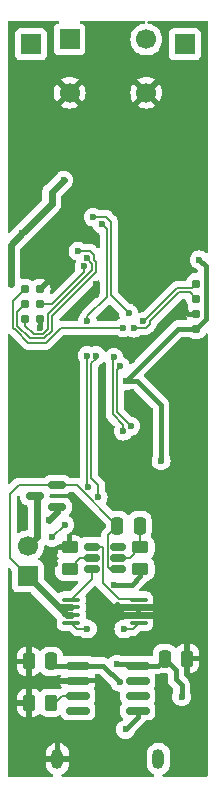
<source format=gbr>
%TF.GenerationSoftware,KiCad,Pcbnew,8.0.6*%
%TF.CreationDate,2024-12-24T16:10:54+01:00*%
%TF.ProjectId,boxmod,626f786d-6f64-42e6-9b69-6361645f7063,rev?*%
%TF.SameCoordinates,Original*%
%TF.FileFunction,Copper,L2,Bot*%
%TF.FilePolarity,Positive*%
%FSLAX46Y46*%
G04 Gerber Fmt 4.6, Leading zero omitted, Abs format (unit mm)*
G04 Created by KiCad (PCBNEW 8.0.6) date 2024-12-24 16:10:54*
%MOMM*%
%LPD*%
G01*
G04 APERTURE LIST*
G04 Aperture macros list*
%AMRoundRect*
0 Rectangle with rounded corners*
0 $1 Rounding radius*
0 $2 $3 $4 $5 $6 $7 $8 $9 X,Y pos of 4 corners*
0 Add a 4 corners polygon primitive as box body*
4,1,4,$2,$3,$4,$5,$6,$7,$8,$9,$2,$3,0*
0 Add four circle primitives for the rounded corners*
1,1,$1+$1,$2,$3*
1,1,$1+$1,$4,$5*
1,1,$1+$1,$6,$7*
1,1,$1+$1,$8,$9*
0 Add four rect primitives between the rounded corners*
20,1,$1+$1,$2,$3,$4,$5,0*
20,1,$1+$1,$4,$5,$6,$7,0*
20,1,$1+$1,$6,$7,$8,$9,0*
20,1,$1+$1,$8,$9,$2,$3,0*%
G04 Aperture macros list end*
%TA.AperFunction,ComponentPad*%
%ADD10R,1.700000X1.700000*%
%TD*%
%TA.AperFunction,ComponentPad*%
%ADD11C,1.700000*%
%TD*%
%TA.AperFunction,ComponentPad*%
%ADD12O,1.000000X1.700000*%
%TD*%
%TA.AperFunction,SMDPad,CuDef*%
%ADD13RoundRect,0.162500X-0.825000X-0.162500X0.825000X-0.162500X0.825000X0.162500X-0.825000X0.162500X0*%
%TD*%
%TA.AperFunction,SMDPad,CuDef*%
%ADD14RoundRect,0.150000X-0.512500X-0.150000X0.512500X-0.150000X0.512500X0.150000X-0.512500X0.150000X0*%
%TD*%
%TA.AperFunction,SMDPad,CuDef*%
%ADD15RoundRect,0.250000X0.250000X0.475000X-0.250000X0.475000X-0.250000X-0.475000X0.250000X-0.475000X0*%
%TD*%
%TA.AperFunction,SMDPad,CuDef*%
%ADD16RoundRect,0.150000X0.587500X0.150000X-0.587500X0.150000X-0.587500X-0.150000X0.587500X-0.150000X0*%
%TD*%
%TA.AperFunction,ConnectorPad*%
%ADD17C,0.787400*%
%TD*%
%TA.AperFunction,SMDPad,CuDef*%
%ADD18RoundRect,0.250000X-0.450000X0.262500X-0.450000X-0.262500X0.450000X-0.262500X0.450000X0.262500X0*%
%TD*%
%TA.AperFunction,SMDPad,CuDef*%
%ADD19RoundRect,0.250000X-0.250000X-0.475000X0.250000X-0.475000X0.250000X0.475000X-0.250000X0.475000X0*%
%TD*%
%TA.AperFunction,SMDPad,CuDef*%
%ADD20RoundRect,0.250000X0.450000X-0.262500X0.450000X0.262500X-0.450000X0.262500X-0.450000X-0.262500X0*%
%TD*%
%TA.AperFunction,SMDPad,CuDef*%
%ADD21RoundRect,0.250000X0.262500X0.450000X-0.262500X0.450000X-0.262500X-0.450000X0.262500X-0.450000X0*%
%TD*%
%TA.AperFunction,SMDPad,CuDef*%
%ADD22RoundRect,0.100000X-0.637500X-0.100000X0.637500X-0.100000X0.637500X0.100000X-0.637500X0.100000X0*%
%TD*%
%TA.AperFunction,ViaPad*%
%ADD23C,0.600000*%
%TD*%
%TA.AperFunction,Conductor*%
%ADD24C,0.200000*%
%TD*%
%TA.AperFunction,Conductor*%
%ADD25C,0.600000*%
%TD*%
%TA.AperFunction,Conductor*%
%ADD26C,0.400000*%
%TD*%
G04 APERTURE END LIST*
D10*
%TO.P,SW3,1,1*%
%TO.N,fire*%
X92250000Y-52087500D03*
D11*
X98750000Y-52087500D03*
%TO.P,SW3,2,2*%
%TO.N,GND*%
X92250000Y-56587500D03*
X98750000Y-56587500D03*
%TD*%
D10*
%TO.P,J5,1,Pin_1*%
%TO.N,+BOOSTED5V*%
X89000000Y-52500000D03*
%TD*%
D12*
%TO.P,J1,S1,SHIELD*%
%TO.N,GND*%
X91230000Y-113000000D03*
%TO.P,J1,S2*%
%TO.N,N/C*%
X99770000Y-113000000D03*
%TD*%
D10*
%TO.P,J6,1,Pin_1*%
%TO.N,/GNDPWM*%
X102000000Y-52500000D03*
%TD*%
D13*
%TO.P,U1,1,TEMP*%
%TO.N,unconnected-(U1-TEMP-Pad1)*%
X92962500Y-108905000D03*
%TO.P,U1,2,PROG*%
%TO.N,Net-(U1-PROG)*%
X92962500Y-107635000D03*
%TO.P,U1,3,GND*%
%TO.N,GND*%
X92962500Y-106365000D03*
%TO.P,U1,4,VCC*%
%TO.N,+USB5V*%
X92962500Y-105095000D03*
%TO.P,U1,5,BAT*%
%TO.N,+BATT*%
X98037500Y-105095000D03*
%TO.P,U1,6,~{STDBY}*%
%TO.N,unconnected-(U1-~{STDBY}-Pad6)*%
X98037500Y-106365000D03*
%TO.P,U1,7,~{CHRG}*%
%TO.N,unconnected-(U1-~{CHRG}-Pad7)*%
X98037500Y-107635000D03*
%TO.P,U1,8,CE*%
%TO.N,+USB5V*%
X98037500Y-108905000D03*
%TD*%
D14*
%TO.P,U2,1,OD*%
%TO.N,Net-(U2-OD)*%
X94112500Y-96950000D03*
%TO.P,U2,2,CS*%
%TO.N,Net-(U2-CS)*%
X94112500Y-96000000D03*
%TO.P,U2,3,OC*%
%TO.N,Net-(U2-OC)*%
X94112500Y-95050000D03*
%TO.P,U2,4,TD*%
%TO.N,unconnected-(U2-TD-Pad4)*%
X96387500Y-95050000D03*
%TO.P,U2,5,VCC*%
%TO.N,Net-(U2-VCC)*%
X96387500Y-96000000D03*
%TO.P,U2,6,GND*%
%TO.N,/-BT1*%
X96387500Y-96950000D03*
%TD*%
D15*
%TO.P,C3,1*%
%TO.N,Net-(U2-VCC)*%
X98200000Y-93250000D03*
%TO.P,C3,2*%
%TO.N,/-BT1*%
X96300000Y-93250000D03*
%TD*%
D16*
%TO.P,Q3,1,G*%
%TO.N,/-BT1*%
X91187500Y-89800000D03*
%TO.P,Q3,2,S*%
%TO.N,+BATT*%
X91187500Y-91700000D03*
%TO.P,Q3,3,D*%
%TO.N,/+BT1*%
X89312500Y-90750000D03*
%TD*%
D17*
%TO.P,J2,1,Pin_1*%
%TO.N,TXD*%
X103000000Y-72750000D03*
%TO.P,J2,2,Pin_2*%
%TO.N,RXD*%
X103000000Y-74020000D03*
%TO.P,J2,3,Pin_3*%
%TO.N,GND*%
X103000000Y-75290000D03*
%TO.P,J2,4,Pin_4*%
%TO.N,+BATT*%
X103000000Y-76560000D03*
%TD*%
D18*
%TO.P,R5,1*%
%TO.N,Net-(U2-VCC)*%
X98250000Y-95087500D03*
%TO.P,R5,2*%
%TO.N,+BATT*%
X98250000Y-96912500D03*
%TD*%
D11*
%TO.P,BT1,1,+*%
%TO.N,/+BT1*%
X88725000Y-95000000D03*
D10*
%TO.P,BT1,2,-*%
%TO.N,/-BT1*%
X88725000Y-97540000D03*
%TD*%
D19*
%TO.P,C1,1*%
%TO.N,GND*%
X88800000Y-104750000D03*
%TO.P,C1,2*%
%TO.N,+USB5V*%
X90700000Y-104750000D03*
%TD*%
D17*
%TO.P,J3,1,Pin_1*%
%TO.N,MISO*%
X88480000Y-75770000D03*
%TO.P,J3,2,Pin_2*%
%TO.N,+BATT*%
X89750000Y-75770000D03*
%TO.P,J3,3,Pin_3*%
%TO.N,SCK*%
X88480000Y-74500000D03*
%TO.P,J3,4,Pin_4*%
%TO.N,MOSI*%
X89750000Y-74500000D03*
%TO.P,J3,5,Pin_5*%
%TO.N,RESET*%
X88480000Y-73230000D03*
%TO.P,J3,6,Pin_6*%
%TO.N,GND*%
X89750000Y-73230000D03*
%TD*%
D20*
%TO.P,R4,1*%
%TO.N,Net-(U2-CS)*%
X92250000Y-96912500D03*
%TO.P,R4,2*%
%TO.N,GND*%
X92250000Y-95087500D03*
%TD*%
D21*
%TO.P,R1,1*%
%TO.N,Net-(U1-PROG)*%
X90662500Y-108250000D03*
%TO.P,R1,2*%
%TO.N,GND*%
X88837500Y-108250000D03*
%TD*%
D22*
%TO.P,Q1,1*%
%TO.N,Net-(Q1-Pad1)*%
X92387500Y-101475000D03*
%TO.P,Q1,2*%
%TO.N,/-BT1*%
X92387500Y-100825000D03*
%TO.P,Q1,3*%
X92387500Y-100175000D03*
%TO.P,Q1,4*%
%TO.N,Net-(U2-OD)*%
X92387500Y-99525000D03*
%TO.P,Q1,5*%
%TO.N,Net-(U2-OC)*%
X98112500Y-99525000D03*
%TO.P,Q1,6*%
%TO.N,GND*%
X98112500Y-100175000D03*
%TO.P,Q1,7*%
X98112500Y-100825000D03*
%TO.P,Q1,8*%
%TO.N,Net-(Q1-Pad1)*%
X98112500Y-101475000D03*
%TD*%
D19*
%TO.P,C2,1*%
%TO.N,+BATT*%
X100300000Y-104500000D03*
%TO.P,C2,2*%
%TO.N,GND*%
X102200000Y-104500000D03*
%TD*%
D23*
%TO.N,GND*%
X94500000Y-72750000D03*
X94500000Y-73750000D03*
%TO.N,MOSI*%
X93500000Y-71272844D03*
%TO.N,GND*%
X88250000Y-93250000D03*
X95500000Y-100500000D03*
X94250000Y-100500000D03*
X91000000Y-96500000D03*
X91000000Y-95500000D03*
X95500000Y-108250000D03*
X103500000Y-103250000D03*
X103250000Y-108000000D03*
X88750000Y-110000000D03*
X87500000Y-108000000D03*
X95250000Y-103500000D03*
X93500000Y-103500000D03*
X89750000Y-102750000D03*
X88250000Y-103000000D03*
X88250000Y-102000000D03*
X101000000Y-102500000D03*
X102500000Y-102000000D03*
X101250000Y-97250000D03*
X102500000Y-97250000D03*
X101750000Y-86500000D03*
X103000000Y-87500000D03*
X90750000Y-86750000D03*
X89750000Y-87250000D03*
X89750000Y-86000000D03*
X103000000Y-85750000D03*
X97500000Y-79250000D03*
X99750000Y-80250000D03*
X101750000Y-80000000D03*
X102750000Y-80250000D03*
X100750000Y-80250000D03*
X102250000Y-77750000D03*
X103000000Y-78250000D03*
X90500000Y-79000000D03*
X89250000Y-79000000D03*
X89250000Y-80250000D03*
X103500000Y-64000000D03*
X103500000Y-62000000D03*
X103500000Y-60250000D03*
X93250000Y-67750000D03*
X90500000Y-68000000D03*
X87500000Y-67500000D03*
X96250000Y-59750000D03*
X94750000Y-59750000D03*
X93500000Y-59750000D03*
X98250000Y-54250000D03*
X96500000Y-54250000D03*
X94750000Y-54250000D03*
X93000000Y-54250000D03*
%TO.N,fire*%
X93750000Y-75950000D03*
X95000000Y-67750000D03*
%TO.N,GND*%
X93750000Y-93750000D03*
%TO.N,moins*%
X94663909Y-90836091D03*
%TO.N,plus*%
X91834620Y-93165380D03*
X90750000Y-94250000D03*
X93788909Y-89961091D03*
%TO.N,moins*%
X94500000Y-78850000D03*
%TO.N,plus*%
X93750000Y-78850000D03*
%TO.N,GND*%
X94500000Y-99250000D03*
%TO.N,Net-(Q1-Pad1)*%
X96850000Y-102000000D03*
X93750000Y-102000000D03*
%TO.N,+BATT*%
X96000000Y-98250000D03*
X90500000Y-92750000D03*
%TO.N,GND*%
X101000000Y-68750000D03*
X100000000Y-66250000D03*
X101500000Y-67500000D03*
X101500000Y-66250000D03*
X98750000Y-74000000D03*
X98250000Y-73250000D03*
X97750000Y-72250000D03*
X98750000Y-72250000D03*
X98750000Y-71250000D03*
X97750000Y-71250000D03*
X100500000Y-51000000D03*
X94500000Y-51000000D03*
X92250000Y-77750000D03*
X102750000Y-67500000D03*
X95500000Y-75250000D03*
X87750000Y-66750000D03*
X90500000Y-80250000D03*
X101990356Y-75007546D03*
X91750000Y-68500000D03*
X103000000Y-79500000D03*
X102750000Y-66250000D03*
X100250000Y-79750000D03*
X95500000Y-85000000D03*
X103500000Y-51000000D03*
X96750000Y-51000000D03*
X91750000Y-80250000D03*
X96500000Y-66250000D03*
%TO.N,+BATT*%
X100000000Y-87750000D03*
X97000000Y-81000000D03*
X91750000Y-64000000D03*
X96250000Y-105000000D03*
X87300000Y-72750000D03*
X101750000Y-107750000D03*
X88250000Y-68500000D03*
X103250000Y-70750000D03*
X89750000Y-76500000D03*
%TO.N,RXD*%
X97700000Y-76522182D03*
%TO.N,TXD*%
X98500000Y-75950000D03*
%TO.N,MISO*%
X93700000Y-70550000D03*
%TO.N,RESET*%
X96750000Y-76500000D03*
%TO.N,SCK*%
X92974998Y-70000000D03*
%TO.N,BOOST_EN*%
X94250000Y-67125000D03*
X97250000Y-75250000D03*
%TO.N,SDA*%
X96550000Y-79750000D03*
X97423431Y-84833065D03*
%TO.N,SCL*%
X96800000Y-85250000D03*
X96000000Y-79000000D03*
%TO.N,+USB5V*%
X97000000Y-110500000D03*
X96500000Y-106500000D03*
%TD*%
D24*
%TO.N,TXD*%
X98500000Y-75950000D02*
X98550000Y-75950000D01*
X98550000Y-75950000D02*
X101350000Y-73150000D01*
X101350000Y-73150000D02*
X102600000Y-73150000D01*
X102600000Y-73150000D02*
X103000000Y-72750000D01*
%TO.N,fire*%
X95000000Y-67750000D02*
X95400000Y-68150000D01*
X95400000Y-68150000D02*
X95400000Y-73850000D01*
X95400000Y-73850000D02*
X93750000Y-75500000D01*
X93750000Y-75500000D02*
X93750000Y-75950000D01*
%TO.N,MISO*%
X93700000Y-70550000D02*
X93700000Y-70622792D01*
X93700000Y-70622792D02*
X94150000Y-71072792D01*
X94150000Y-71072792D02*
X94150000Y-71605026D01*
X88480000Y-76326775D02*
X88480000Y-75770000D01*
X94150000Y-71605026D02*
X90393700Y-75361326D01*
X90393700Y-76634118D02*
X89977818Y-77050000D01*
X90393700Y-75361326D02*
X90393700Y-76634118D01*
X89977818Y-77050000D02*
X89203225Y-77050000D01*
X89203225Y-77050000D02*
X88480000Y-76326775D01*
%TO.N,SCK*%
X90743700Y-76779093D02*
X90122793Y-77400000D01*
X90743700Y-75506300D02*
X90743700Y-76779093D01*
X94500000Y-70927818D02*
X94500000Y-71750000D01*
X94500000Y-71750000D02*
X90743700Y-75506300D01*
X90122793Y-77400000D02*
X88900000Y-77400000D01*
X94300000Y-70727818D02*
X94500000Y-70927818D01*
X94300000Y-70300000D02*
X94300000Y-70727818D01*
X92974998Y-70000000D02*
X94000000Y-70000000D01*
X94000000Y-70000000D02*
X94300000Y-70300000D01*
X88900000Y-77400000D02*
X87836300Y-76336300D01*
X87836300Y-76336300D02*
X87836300Y-75143700D01*
X87836300Y-75143700D02*
X88480000Y-74500000D01*
%TO.N,MOSI*%
X93500000Y-71500000D02*
X93500000Y-71272844D01*
X89750000Y-74500000D02*
X90760052Y-74500000D01*
X90760052Y-74500000D02*
X93500000Y-71760052D01*
X93500000Y-71760052D02*
X93500000Y-71500000D01*
%TO.N,BOOST_EN*%
X94250000Y-67125000D02*
X95375000Y-67125000D01*
X95375000Y-67125000D02*
X95750000Y-67500000D01*
X95750000Y-67500000D02*
X95750000Y-73750000D01*
X95750000Y-73750000D02*
X97250000Y-75250000D01*
D25*
%TO.N,/+BT1*%
X88725000Y-95000000D02*
X89500000Y-94225000D01*
X89500000Y-94225000D02*
X89500000Y-90937500D01*
X89500000Y-90937500D02*
X89312500Y-90750000D01*
D24*
%TO.N,moins*%
X94663909Y-89813909D02*
X94663909Y-90836091D01*
X94100000Y-89250000D02*
X94663909Y-89813909D01*
X94100000Y-79500000D02*
X94100000Y-89250000D01*
%TO.N,plus*%
X93750000Y-89500000D02*
X93750000Y-89922182D01*
X93750000Y-89922182D02*
X93788909Y-89961091D01*
X91834620Y-93165380D02*
X90750000Y-94250000D01*
%TO.N,moins*%
X94500000Y-78850000D02*
X94500000Y-79100000D01*
X94500000Y-79100000D02*
X94100000Y-79500000D01*
%TO.N,plus*%
X93750000Y-78850000D02*
X93750000Y-89500000D01*
%TO.N,Net-(Q1-Pad1)*%
X93750000Y-102000000D02*
X92912500Y-102000000D01*
X92912500Y-102000000D02*
X92387500Y-101475000D01*
X96850000Y-102000000D02*
X97587500Y-102000000D01*
X97587500Y-102000000D02*
X98112500Y-101475000D01*
%TO.N,Net-(U2-OC)*%
X94112500Y-95050000D02*
X95050000Y-95050000D01*
X98037500Y-99450000D02*
X98112500Y-99525000D01*
X95050000Y-95050000D02*
X95050000Y-98077818D01*
X95050000Y-98077818D02*
X96422182Y-99450000D01*
X96422182Y-99450000D02*
X98037500Y-99450000D01*
D26*
%TO.N,+BATT*%
X96000000Y-98250000D02*
X97500000Y-98250000D01*
X97500000Y-98250000D02*
X98250000Y-97500000D01*
X98250000Y-97500000D02*
X98250000Y-96912500D01*
D25*
%TO.N,GND*%
X96425000Y-100175000D02*
X96250000Y-100000000D01*
X98112500Y-100175000D02*
X96425000Y-100175000D01*
X96425000Y-100825000D02*
X96250000Y-101000000D01*
X98112500Y-100825000D02*
X96750000Y-100825000D01*
X100325000Y-100825000D02*
X100500000Y-101000000D01*
X98112500Y-100825000D02*
X100325000Y-100825000D01*
X100425000Y-100175000D02*
X100500000Y-100250000D01*
X98112500Y-100175000D02*
X100425000Y-100175000D01*
D24*
%TO.N,/-BT1*%
X96387500Y-96950000D02*
X95713738Y-96950000D01*
X95713738Y-96950000D02*
X95475000Y-96711262D01*
X95475000Y-96711262D02*
X95475000Y-94075000D01*
X95475000Y-94075000D02*
X96300000Y-93250000D01*
%TO.N,Net-(U2-VCC)*%
X98250000Y-95087500D02*
X98250000Y-93300000D01*
X98250000Y-93300000D02*
X98200000Y-93250000D01*
X96387500Y-96000000D02*
X97337500Y-96000000D01*
X97337500Y-96000000D02*
X98250000Y-95087500D01*
%TO.N,Net-(U2-CS)*%
X92250000Y-96912500D02*
X93162500Y-96000000D01*
X93162500Y-96000000D02*
X94112500Y-96000000D01*
%TO.N,Net-(U2-OD)*%
X92387500Y-99525000D02*
X94112500Y-97800000D01*
X94112500Y-97800000D02*
X94112500Y-96950000D01*
D25*
%TO.N,/-BT1*%
X92387500Y-100175000D02*
X91360000Y-100175000D01*
X92387500Y-100825000D02*
X92010000Y-100825000D01*
X92010000Y-100825000D02*
X88725000Y-97540000D01*
D24*
X88725000Y-97540000D02*
X87200000Y-96015000D01*
X87200000Y-96015000D02*
X87200000Y-90550000D01*
X87200000Y-90550000D02*
X87950000Y-89800000D01*
X87950000Y-89800000D02*
X91187500Y-89800000D01*
X91187500Y-89800000D02*
X92850000Y-89800000D01*
X92850000Y-89800000D02*
X96300000Y-93250000D01*
D25*
%TO.N,+BATT*%
X91187500Y-91700000D02*
X91187500Y-92062500D01*
X91187500Y-92062500D02*
X90500000Y-92750000D01*
D24*
%TO.N,SCL*%
X96800000Y-85250000D02*
X96800000Y-84704608D01*
X96800000Y-84704608D02*
X95900000Y-83804608D01*
X95900000Y-83804608D02*
X95900000Y-79100000D01*
X95900000Y-79100000D02*
X96000000Y-79000000D01*
%TO.N,SDA*%
X96550000Y-79750000D02*
X96250000Y-80050000D01*
X96250000Y-80050000D02*
X96250000Y-83659634D01*
X96250000Y-83659634D02*
X97423431Y-84833065D01*
D26*
%TO.N,+BATT*%
X100000000Y-83000000D02*
X100000000Y-87750000D01*
X97000000Y-81000000D02*
X101440000Y-76560000D01*
X101440000Y-76560000D02*
X103000000Y-76560000D01*
X97000000Y-81000000D02*
X98000000Y-81000000D01*
X98000000Y-81000000D02*
X100000000Y-83000000D01*
D25*
X91750000Y-64000000D02*
X90750000Y-65000000D01*
X90750000Y-65000000D02*
X90750000Y-66000000D01*
X90750000Y-66000000D02*
X88250000Y-68500000D01*
D26*
%TO.N,GND*%
X103000000Y-75290000D02*
X102272810Y-75290000D01*
X102272810Y-75290000D02*
X101990356Y-75007546D01*
X91115000Y-106365000D02*
X91000000Y-106250000D01*
X92962500Y-106365000D02*
X91115000Y-106365000D01*
%TO.N,+BATT*%
X101250000Y-105450000D02*
X100300000Y-104500000D01*
X101250000Y-106250000D02*
X101250000Y-105450000D01*
D25*
X87300000Y-72750000D02*
X87300000Y-69450000D01*
D26*
X101750000Y-106750000D02*
X101250000Y-106250000D01*
X96250000Y-105000000D02*
X97942500Y-105000000D01*
X101750000Y-107750000D02*
X101750000Y-106750000D01*
X99705000Y-105095000D02*
X100300000Y-104500000D01*
D25*
X87300000Y-69450000D02*
X88250000Y-68500000D01*
D26*
X98037500Y-105095000D02*
X99705000Y-105095000D01*
X103250000Y-70750000D02*
X103800000Y-71300000D01*
X103800000Y-75760000D02*
X103000000Y-76560000D01*
X103800000Y-71300000D02*
X103800000Y-75760000D01*
X89750000Y-76500000D02*
X89750000Y-75770000D01*
D24*
%TO.N,RXD*%
X99050000Y-75950000D02*
X99050000Y-76177818D01*
X101500000Y-73500000D02*
X99050000Y-75950000D01*
X102480000Y-73500000D02*
X101500000Y-73500000D01*
X99050000Y-76177818D02*
X98727818Y-76500000D01*
X97722182Y-76500000D02*
X97700000Y-76522182D01*
X103000000Y-74020000D02*
X102480000Y-73500000D01*
X98727818Y-76500000D02*
X97722182Y-76500000D01*
%TO.N,RESET*%
X91517768Y-76500000D02*
X96750000Y-76500000D01*
X87691326Y-76686300D02*
X88755026Y-77750000D01*
X87486300Y-76481275D02*
X87691326Y-76686300D01*
X88755026Y-77750000D02*
X90267768Y-77750000D01*
X87486300Y-74223700D02*
X87486300Y-76481275D01*
X90267768Y-77750000D02*
X91517768Y-76500000D01*
X88480000Y-73230000D02*
X87486300Y-74223700D01*
%TO.N,Net-(U1-PROG)*%
X91000000Y-108250000D02*
X91615000Y-107635000D01*
X91615000Y-107635000D02*
X92962500Y-107635000D01*
D26*
%TO.N,+USB5V*%
X98037500Y-108905000D02*
X98037500Y-109462500D01*
X91045000Y-105095000D02*
X90700000Y-104750000D01*
X98037500Y-109462500D02*
X97000000Y-110500000D01*
X92962500Y-105095000D02*
X91045000Y-105095000D01*
X95095000Y-105095000D02*
X92962500Y-105095000D01*
X96500000Y-106500000D02*
X95095000Y-105095000D01*
%TD*%
%TA.AperFunction,Conductor*%
%TO.N,GND*%
G36*
X103952151Y-76982518D02*
G01*
X103992680Y-77039432D01*
X103999500Y-77079989D01*
X103999500Y-114375500D01*
X103979815Y-114442539D01*
X103927011Y-114488294D01*
X103875500Y-114499500D01*
X100232684Y-114499500D01*
X100165645Y-114479815D01*
X100119890Y-114427011D01*
X100109946Y-114357853D01*
X100138971Y-114294297D01*
X100185232Y-114260939D01*
X100243907Y-114236635D01*
X100243907Y-114236634D01*
X100243914Y-114236632D01*
X100407782Y-114127139D01*
X100547139Y-113987782D01*
X100656632Y-113823914D01*
X100732051Y-113641835D01*
X100770500Y-113448541D01*
X100770500Y-112551459D01*
X100770500Y-112551456D01*
X100732052Y-112358170D01*
X100732051Y-112358169D01*
X100732051Y-112358165D01*
X100732049Y-112358160D01*
X100656635Y-112176092D01*
X100656628Y-112176079D01*
X100547139Y-112012218D01*
X100547136Y-112012214D01*
X100407785Y-111872863D01*
X100407781Y-111872860D01*
X100243920Y-111763371D01*
X100243907Y-111763364D01*
X100061839Y-111687950D01*
X100061829Y-111687947D01*
X99868543Y-111649500D01*
X99868541Y-111649500D01*
X99671459Y-111649500D01*
X99671457Y-111649500D01*
X99478170Y-111687947D01*
X99478160Y-111687950D01*
X99296092Y-111763364D01*
X99296079Y-111763371D01*
X99132218Y-111872860D01*
X99132214Y-111872863D01*
X98992863Y-112012214D01*
X98992860Y-112012218D01*
X98883371Y-112176079D01*
X98883364Y-112176092D01*
X98807950Y-112358160D01*
X98807947Y-112358170D01*
X98769500Y-112551456D01*
X98769500Y-112551459D01*
X98769500Y-113448541D01*
X98769500Y-113448543D01*
X98769499Y-113448543D01*
X98807947Y-113641829D01*
X98807950Y-113641839D01*
X98883364Y-113823907D01*
X98883371Y-113823920D01*
X98992860Y-113987781D01*
X98992863Y-113987785D01*
X99132214Y-114127136D01*
X99132218Y-114127139D01*
X99296079Y-114236628D01*
X99296092Y-114236635D01*
X99354768Y-114260939D01*
X99409172Y-114304779D01*
X99431237Y-114371073D01*
X99413958Y-114438773D01*
X99362821Y-114486384D01*
X99307316Y-114499500D01*
X91691379Y-114499500D01*
X91624340Y-114479815D01*
X91578585Y-114427011D01*
X91568641Y-114357853D01*
X91597666Y-114294297D01*
X91643927Y-114260939D01*
X91703671Y-114236192D01*
X91703684Y-114236185D01*
X91867462Y-114126751D01*
X91867466Y-114126748D01*
X92006748Y-113987466D01*
X92006751Y-113987462D01*
X92116185Y-113823684D01*
X92116192Y-113823671D01*
X92191569Y-113641693D01*
X92191572Y-113641681D01*
X92229999Y-113448495D01*
X92230000Y-113448492D01*
X92230000Y-113250000D01*
X91480000Y-113250000D01*
X91480000Y-112750000D01*
X92230000Y-112750000D01*
X92230000Y-112551508D01*
X92229999Y-112551504D01*
X92191572Y-112358318D01*
X92191569Y-112358306D01*
X92116192Y-112176328D01*
X92116185Y-112176315D01*
X92006751Y-112012537D01*
X92006748Y-112012533D01*
X91867466Y-111873251D01*
X91867462Y-111873248D01*
X91703684Y-111763814D01*
X91703671Y-111763807D01*
X91521691Y-111688429D01*
X91521683Y-111688427D01*
X91480000Y-111680135D01*
X91480000Y-112600272D01*
X91441940Y-112508386D01*
X91371614Y-112438060D01*
X91279728Y-112400000D01*
X91180272Y-112400000D01*
X91088386Y-112438060D01*
X91018060Y-112508386D01*
X90980000Y-112600272D01*
X90980000Y-111680136D01*
X90979999Y-111680135D01*
X90938316Y-111688427D01*
X90938308Y-111688429D01*
X90756328Y-111763807D01*
X90756315Y-111763814D01*
X90592537Y-111873248D01*
X90592533Y-111873251D01*
X90453251Y-112012533D01*
X90453248Y-112012537D01*
X90343814Y-112176315D01*
X90343807Y-112176328D01*
X90268430Y-112358306D01*
X90268427Y-112358318D01*
X90230000Y-112551504D01*
X90230000Y-112750000D01*
X90980000Y-112750000D01*
X90980000Y-113250000D01*
X90230000Y-113250000D01*
X90230000Y-113448495D01*
X90268427Y-113641681D01*
X90268430Y-113641693D01*
X90343807Y-113823671D01*
X90343814Y-113823684D01*
X90453248Y-113987462D01*
X90453251Y-113987466D01*
X90592533Y-114126748D01*
X90592537Y-114126751D01*
X90756315Y-114236185D01*
X90756328Y-114236192D01*
X90816073Y-114260939D01*
X90870477Y-114304780D01*
X90892542Y-114371074D01*
X90875263Y-114438773D01*
X90824126Y-114486384D01*
X90768621Y-114499500D01*
X87124500Y-114499500D01*
X87057461Y-114479815D01*
X87011706Y-114427011D01*
X87000500Y-114375500D01*
X87000500Y-108749986D01*
X87825001Y-108749986D01*
X87835494Y-108852697D01*
X87890641Y-109019119D01*
X87890643Y-109019124D01*
X87982684Y-109168345D01*
X88106654Y-109292315D01*
X88255875Y-109384356D01*
X88255880Y-109384358D01*
X88422302Y-109439505D01*
X88422309Y-109439506D01*
X88525019Y-109449999D01*
X88587499Y-109449998D01*
X88587500Y-109449998D01*
X88587500Y-108500000D01*
X87825001Y-108500000D01*
X87825001Y-108749986D01*
X87000500Y-108749986D01*
X87000500Y-107750013D01*
X87825000Y-107750013D01*
X87825000Y-108000000D01*
X88587500Y-108000000D01*
X88587500Y-107050000D01*
X89087500Y-107050000D01*
X89087500Y-109449999D01*
X89149972Y-109449999D01*
X89149986Y-109449998D01*
X89252697Y-109439505D01*
X89419119Y-109384358D01*
X89419124Y-109384356D01*
X89568342Y-109292317D01*
X89661964Y-109198695D01*
X89723287Y-109165210D01*
X89792979Y-109170194D01*
X89837327Y-109198695D01*
X89931344Y-109292712D01*
X90080666Y-109384814D01*
X90247203Y-109439999D01*
X90349991Y-109450500D01*
X90975008Y-109450499D01*
X90975016Y-109450498D01*
X90975019Y-109450498D01*
X91031302Y-109444748D01*
X91077797Y-109439999D01*
X91244334Y-109384814D01*
X91363840Y-109311102D01*
X91431230Y-109292662D01*
X91497894Y-109313584D01*
X91535051Y-109352490D01*
X91611764Y-109479388D01*
X91611766Y-109479391D01*
X91725608Y-109593233D01*
X91725610Y-109593234D01*
X91725612Y-109593236D01*
X91863398Y-109676531D01*
X92017113Y-109724430D01*
X92083909Y-109730500D01*
X93841090Y-109730499D01*
X93841097Y-109730499D01*
X93907882Y-109724431D01*
X93907885Y-109724430D01*
X93907887Y-109724430D01*
X94061602Y-109676531D01*
X94199388Y-109593236D01*
X94313236Y-109479388D01*
X94396531Y-109341602D01*
X94444430Y-109187887D01*
X94450500Y-109121091D01*
X94450499Y-108688910D01*
X94450499Y-108688909D01*
X94450499Y-108688901D01*
X94444431Y-108622117D01*
X94444428Y-108622106D01*
X94396532Y-108468401D01*
X94396531Y-108468400D01*
X94396531Y-108468398D01*
X94315373Y-108334147D01*
X94297538Y-108266596D01*
X94315373Y-108205852D01*
X94396531Y-108071602D01*
X94444430Y-107917887D01*
X94450500Y-107851091D01*
X94450499Y-107418910D01*
X94450499Y-107418909D01*
X94450499Y-107418901D01*
X94444431Y-107352117D01*
X94444428Y-107352106D01*
X94396532Y-107198400D01*
X94396531Y-107198398D01*
X94358848Y-107136063D01*
X94315081Y-107063664D01*
X94297245Y-106996112D01*
X94315082Y-106935365D01*
X94396071Y-106801394D01*
X94396072Y-106801393D01*
X94443932Y-106647802D01*
X94443935Y-106647792D01*
X94446914Y-106615000D01*
X91478085Y-106615000D01*
X91481064Y-106647792D01*
X91481067Y-106647802D01*
X91528927Y-106801393D01*
X91565811Y-106862406D01*
X91583647Y-106929961D01*
X91562129Y-106996435D01*
X91508089Y-107040722D01*
X91491788Y-107046331D01*
X91383214Y-107075423D01*
X91383213Y-107075424D01*
X91336997Y-107102106D01*
X91269097Y-107118576D01*
X91235996Y-107112423D01*
X91124337Y-107075423D01*
X91077797Y-107060001D01*
X91077795Y-107060000D01*
X90975010Y-107049500D01*
X90349998Y-107049500D01*
X90349980Y-107049501D01*
X90247203Y-107060000D01*
X90247200Y-107060001D01*
X90080668Y-107115185D01*
X90080663Y-107115187D01*
X89931345Y-107207287D01*
X89837327Y-107301305D01*
X89776003Y-107334789D01*
X89706312Y-107329805D01*
X89661965Y-107301304D01*
X89568345Y-107207684D01*
X89419124Y-107115643D01*
X89419119Y-107115641D01*
X89252697Y-107060494D01*
X89252690Y-107060493D01*
X89149986Y-107050000D01*
X89087500Y-107050000D01*
X88587500Y-107050000D01*
X88587499Y-107049999D01*
X88525028Y-107050000D01*
X88525011Y-107050001D01*
X88422302Y-107060494D01*
X88255880Y-107115641D01*
X88255875Y-107115643D01*
X88106654Y-107207684D01*
X87982684Y-107331654D01*
X87890643Y-107480875D01*
X87890641Y-107480880D01*
X87835494Y-107647302D01*
X87835493Y-107647309D01*
X87825000Y-107750013D01*
X87000500Y-107750013D01*
X87000500Y-105274986D01*
X87800001Y-105274986D01*
X87810494Y-105377697D01*
X87865641Y-105544119D01*
X87865643Y-105544124D01*
X87957684Y-105693345D01*
X88081654Y-105817315D01*
X88230875Y-105909356D01*
X88230880Y-105909358D01*
X88397302Y-105964505D01*
X88397309Y-105964506D01*
X88500019Y-105974999D01*
X88549999Y-105974998D01*
X88550000Y-105974998D01*
X88550000Y-105000000D01*
X87800001Y-105000000D01*
X87800001Y-105274986D01*
X87000500Y-105274986D01*
X87000500Y-104225013D01*
X87800000Y-104225013D01*
X87800000Y-104500000D01*
X88550000Y-104500000D01*
X88550000Y-103525000D01*
X89050000Y-103525000D01*
X89050000Y-105974999D01*
X89099972Y-105974999D01*
X89099986Y-105974998D01*
X89202697Y-105964505D01*
X89369119Y-105909358D01*
X89369124Y-105909356D01*
X89518345Y-105817315D01*
X89642318Y-105693342D01*
X89644165Y-105690348D01*
X89645969Y-105688724D01*
X89646798Y-105687677D01*
X89646976Y-105687818D01*
X89696110Y-105643621D01*
X89765073Y-105632396D01*
X89829156Y-105660236D01*
X89855243Y-105690341D01*
X89857288Y-105693656D01*
X89981344Y-105817712D01*
X90130666Y-105909814D01*
X90297203Y-105964999D01*
X90399991Y-105975500D01*
X91000008Y-105975499D01*
X91000016Y-105975498D01*
X91000019Y-105975498D01*
X91056302Y-105969748D01*
X91102797Y-105964999D01*
X91269334Y-105909814D01*
X91315864Y-105881114D01*
X91383253Y-105862674D01*
X91449917Y-105883596D01*
X91494687Y-105937237D01*
X91503349Y-106006568D01*
X91499345Y-106023543D01*
X91481065Y-106082205D01*
X91481064Y-106082207D01*
X91478085Y-106114999D01*
X91478085Y-106115000D01*
X94446915Y-106115000D01*
X94446914Y-106114999D01*
X94443935Y-106082207D01*
X94443932Y-106082197D01*
X94404730Y-105956390D01*
X94403578Y-105886530D01*
X94440379Y-105827138D01*
X94503448Y-105797070D01*
X94523115Y-105795500D01*
X94753481Y-105795500D01*
X94820520Y-105815185D01*
X94841162Y-105831819D01*
X95708630Y-106699287D01*
X95737990Y-106746013D01*
X95774209Y-106849519D01*
X95830678Y-106939388D01*
X95870184Y-107002262D01*
X95997738Y-107129816D01*
X96088080Y-107186582D01*
X96106885Y-107198398D01*
X96150478Y-107225789D01*
X96320745Y-107285368D01*
X96320749Y-107285369D01*
X96411607Y-107295605D01*
X96439383Y-107298735D01*
X96503797Y-107325801D01*
X96543352Y-107383395D01*
X96549500Y-107421955D01*
X96549500Y-107851098D01*
X96555568Y-107917882D01*
X96555571Y-107917893D01*
X96603467Y-108071599D01*
X96684625Y-108205850D01*
X96702461Y-108273405D01*
X96684625Y-108334150D01*
X96603469Y-108468397D01*
X96555569Y-108622116D01*
X96549500Y-108688911D01*
X96549500Y-109121098D01*
X96555568Y-109187882D01*
X96555571Y-109187893D01*
X96603467Y-109341598D01*
X96603468Y-109341600D01*
X96603469Y-109341602D01*
X96686764Y-109479388D01*
X96686766Y-109479391D01*
X96756214Y-109548839D01*
X96789699Y-109610162D01*
X96784715Y-109679854D01*
X96742843Y-109735787D01*
X96709490Y-109753561D01*
X96650475Y-109774212D01*
X96497737Y-109870184D01*
X96370184Y-109997737D01*
X96274211Y-110150476D01*
X96214631Y-110320745D01*
X96214630Y-110320750D01*
X96194435Y-110499996D01*
X96194435Y-110500003D01*
X96214630Y-110679249D01*
X96214631Y-110679254D01*
X96274211Y-110849523D01*
X96370184Y-111002262D01*
X96497738Y-111129816D01*
X96650478Y-111225789D01*
X96820745Y-111285368D01*
X96820750Y-111285369D01*
X96999996Y-111305565D01*
X97000000Y-111305565D01*
X97000004Y-111305565D01*
X97179249Y-111285369D01*
X97179252Y-111285368D01*
X97179255Y-111285368D01*
X97349522Y-111225789D01*
X97502262Y-111129816D01*
X97629816Y-111002262D01*
X97725789Y-110849522D01*
X97762007Y-110746013D01*
X97791365Y-110699290D01*
X98581614Y-109909043D01*
X98658275Y-109794311D01*
X98658275Y-109794309D01*
X98661659Y-109789246D01*
X98663089Y-109790201D01*
X98706310Y-109746202D01*
X98766706Y-109730499D01*
X98916097Y-109730499D01*
X98982882Y-109724431D01*
X98982885Y-109724430D01*
X98982887Y-109724430D01*
X99136602Y-109676531D01*
X99274388Y-109593236D01*
X99388236Y-109479388D01*
X99471531Y-109341602D01*
X99519430Y-109187887D01*
X99525500Y-109121091D01*
X99525499Y-108688910D01*
X99525499Y-108688909D01*
X99525499Y-108688901D01*
X99519431Y-108622117D01*
X99519428Y-108622106D01*
X99471532Y-108468401D01*
X99471531Y-108468400D01*
X99471531Y-108468398D01*
X99390373Y-108334147D01*
X99372538Y-108266596D01*
X99390373Y-108205852D01*
X99471531Y-108071602D01*
X99519430Y-107917887D01*
X99525500Y-107851091D01*
X99525499Y-107418910D01*
X99525499Y-107418909D01*
X99525499Y-107418901D01*
X99519431Y-107352117D01*
X99519428Y-107352106D01*
X99471532Y-107198401D01*
X99471531Y-107198400D01*
X99471531Y-107198398D01*
X99390373Y-107064147D01*
X99372538Y-106996596D01*
X99390373Y-106935852D01*
X99471531Y-106801602D01*
X99519430Y-106647887D01*
X99525500Y-106581091D01*
X99525499Y-106148910D01*
X99525499Y-106148901D01*
X99519431Y-106082117D01*
X99519429Y-106082109D01*
X99480254Y-105956391D01*
X99479102Y-105886530D01*
X99515903Y-105827138D01*
X99578972Y-105797070D01*
X99598639Y-105795500D01*
X99773996Y-105795500D01*
X99865040Y-105777389D01*
X99909328Y-105768580D01*
X99958975Y-105748014D01*
X99990546Y-105734938D01*
X100037999Y-105725499D01*
X100425500Y-105725499D01*
X100492539Y-105745184D01*
X100538294Y-105797988D01*
X100549500Y-105849499D01*
X100549500Y-106181006D01*
X100549500Y-106318994D01*
X100549500Y-106318996D01*
X100549499Y-106318996D01*
X100576418Y-106454322D01*
X100576421Y-106454332D01*
X100629222Y-106581807D01*
X100705887Y-106696545D01*
X100705888Y-106696546D01*
X101013181Y-107003838D01*
X101046666Y-107065161D01*
X101049500Y-107091519D01*
X101049500Y-107324507D01*
X101030494Y-107390478D01*
X101024209Y-107400479D01*
X100964633Y-107570737D01*
X100964630Y-107570750D01*
X100944435Y-107749996D01*
X100944435Y-107750003D01*
X100964630Y-107929249D01*
X100964631Y-107929254D01*
X101024211Y-108099523D01*
X101091021Y-108205850D01*
X101120184Y-108252262D01*
X101247738Y-108379816D01*
X101338080Y-108436582D01*
X101388713Y-108468397D01*
X101400478Y-108475789D01*
X101570745Y-108535368D01*
X101570750Y-108535369D01*
X101749996Y-108555565D01*
X101750000Y-108555565D01*
X101750004Y-108555565D01*
X101929249Y-108535369D01*
X101929252Y-108535368D01*
X101929255Y-108535368D01*
X102099522Y-108475789D01*
X102252262Y-108379816D01*
X102379816Y-108252262D01*
X102475789Y-108099522D01*
X102535368Y-107929255D01*
X102535369Y-107929249D01*
X102555565Y-107750003D01*
X102555565Y-107749996D01*
X102535369Y-107570750D01*
X102535366Y-107570737D01*
X102475790Y-107400479D01*
X102469506Y-107390478D01*
X102450500Y-107324507D01*
X102450500Y-106681006D01*
X102445689Y-106656823D01*
X102445688Y-106656822D01*
X102445688Y-106656818D01*
X102423580Y-106545672D01*
X102385746Y-106454332D01*
X102370777Y-106418192D01*
X102294112Y-106303454D01*
X101986819Y-105996161D01*
X101953334Y-105934838D01*
X101950500Y-105908480D01*
X101950500Y-105724999D01*
X102450000Y-105724999D01*
X102499972Y-105724999D01*
X102499986Y-105724998D01*
X102602697Y-105714505D01*
X102769119Y-105659358D01*
X102769124Y-105659356D01*
X102918345Y-105567315D01*
X103042315Y-105443345D01*
X103134356Y-105294124D01*
X103134358Y-105294119D01*
X103189505Y-105127697D01*
X103189506Y-105127690D01*
X103199999Y-105024986D01*
X103200000Y-105024973D01*
X103200000Y-104750000D01*
X102450000Y-104750000D01*
X102450000Y-105724999D01*
X101950500Y-105724999D01*
X101950500Y-105380021D01*
X101950000Y-105369839D01*
X101950000Y-104250000D01*
X102450000Y-104250000D01*
X103199999Y-104250000D01*
X103199999Y-103975028D01*
X103199998Y-103975013D01*
X103189505Y-103872302D01*
X103134358Y-103705880D01*
X103134356Y-103705875D01*
X103042315Y-103556654D01*
X102918345Y-103432684D01*
X102769124Y-103340643D01*
X102769119Y-103340641D01*
X102602697Y-103285494D01*
X102602690Y-103285493D01*
X102499986Y-103275000D01*
X102450000Y-103275000D01*
X102450000Y-104250000D01*
X101950000Y-104250000D01*
X101950000Y-103275000D01*
X101949999Y-103274999D01*
X101900029Y-103275000D01*
X101900011Y-103275001D01*
X101797302Y-103285494D01*
X101630880Y-103340641D01*
X101630875Y-103340643D01*
X101481654Y-103432684D01*
X101357683Y-103556655D01*
X101357679Y-103556660D01*
X101355826Y-103559665D01*
X101354018Y-103561290D01*
X101353202Y-103562323D01*
X101353025Y-103562183D01*
X101303874Y-103606385D01*
X101234911Y-103617601D01*
X101170831Y-103589752D01*
X101144753Y-103559653D01*
X101144737Y-103559628D01*
X101142712Y-103556344D01*
X101018656Y-103432288D01*
X100869334Y-103340186D01*
X100702797Y-103285001D01*
X100702795Y-103285000D01*
X100600010Y-103274500D01*
X99999998Y-103274500D01*
X99999980Y-103274501D01*
X99897203Y-103285000D01*
X99897200Y-103285001D01*
X99730668Y-103340185D01*
X99730663Y-103340187D01*
X99581342Y-103432289D01*
X99457289Y-103556342D01*
X99365187Y-103705663D01*
X99365185Y-103705668D01*
X99365115Y-103705880D01*
X99310001Y-103872203D01*
X99310001Y-103872204D01*
X99310000Y-103872204D01*
X99299500Y-103974983D01*
X99299500Y-104205709D01*
X99279815Y-104272748D01*
X99227011Y-104318503D01*
X99157853Y-104328447D01*
X99138610Y-104324095D01*
X99136602Y-104323469D01*
X98982887Y-104275570D01*
X98982884Y-104275569D01*
X98934298Y-104271154D01*
X98916091Y-104269500D01*
X98916088Y-104269500D01*
X97158901Y-104269500D01*
X97092117Y-104275568D01*
X97092114Y-104275569D01*
X97033334Y-104293886D01*
X96996444Y-104299500D01*
X96675494Y-104299500D01*
X96609523Y-104280494D01*
X96599525Y-104274212D01*
X96429254Y-104214631D01*
X96429249Y-104214630D01*
X96250004Y-104194435D01*
X96249996Y-104194435D01*
X96070750Y-104214630D01*
X96070745Y-104214631D01*
X95900476Y-104274211D01*
X95747739Y-104370183D01*
X95628783Y-104489139D01*
X95567460Y-104522623D01*
X95497768Y-104517639D01*
X95472213Y-104504560D01*
X95426811Y-104474224D01*
X95426809Y-104474223D01*
X95299332Y-104421421D01*
X95299322Y-104421418D01*
X95163996Y-104394500D01*
X95163994Y-104394500D01*
X95163993Y-104394500D01*
X94213669Y-104394500D01*
X94149519Y-104376617D01*
X94061602Y-104323469D01*
X93984682Y-104299500D01*
X93907887Y-104275570D01*
X93907885Y-104275569D01*
X93907883Y-104275569D01*
X93861117Y-104271319D01*
X93841091Y-104269500D01*
X93841088Y-104269500D01*
X92083901Y-104269500D01*
X92017117Y-104275568D01*
X92017114Y-104275569D01*
X91860105Y-104324495D01*
X91790245Y-104325645D01*
X91730852Y-104288844D01*
X91700784Y-104225775D01*
X91699857Y-104218710D01*
X91689999Y-104122203D01*
X91634814Y-103955666D01*
X91542712Y-103806344D01*
X91418656Y-103682288D01*
X91269334Y-103590186D01*
X91102797Y-103535001D01*
X91102795Y-103535000D01*
X91000010Y-103524500D01*
X90399998Y-103524500D01*
X90399980Y-103524501D01*
X90297203Y-103535000D01*
X90297200Y-103535001D01*
X90130668Y-103590185D01*
X90130663Y-103590187D01*
X89981342Y-103682289D01*
X89857288Y-103806343D01*
X89857283Y-103806349D01*
X89855241Y-103809661D01*
X89853247Y-103811453D01*
X89852807Y-103812011D01*
X89852711Y-103811935D01*
X89803291Y-103856383D01*
X89734328Y-103867602D01*
X89670247Y-103839755D01*
X89644168Y-103809656D01*
X89642319Y-103806659D01*
X89642316Y-103806655D01*
X89518345Y-103682684D01*
X89369124Y-103590643D01*
X89369119Y-103590641D01*
X89202697Y-103535494D01*
X89202690Y-103535493D01*
X89099986Y-103525000D01*
X89050000Y-103525000D01*
X88550000Y-103525000D01*
X88549999Y-103524999D01*
X88500029Y-103525000D01*
X88500011Y-103525001D01*
X88397302Y-103535494D01*
X88230880Y-103590641D01*
X88230875Y-103590643D01*
X88081654Y-103682684D01*
X87957684Y-103806654D01*
X87865643Y-103955875D01*
X87865641Y-103955880D01*
X87810494Y-104122302D01*
X87810493Y-104122309D01*
X87800000Y-104225013D01*
X87000500Y-104225013D01*
X87000500Y-96964097D01*
X87020185Y-96897058D01*
X87072989Y-96851303D01*
X87142147Y-96841359D01*
X87205703Y-96870384D01*
X87212181Y-96876416D01*
X87338181Y-97002416D01*
X87371666Y-97063739D01*
X87374500Y-97090097D01*
X87374500Y-98437870D01*
X87374501Y-98437876D01*
X87380908Y-98497483D01*
X87431202Y-98632328D01*
X87431206Y-98632335D01*
X87517452Y-98747544D01*
X87517455Y-98747547D01*
X87632664Y-98833793D01*
X87632671Y-98833797D01*
X87767517Y-98884091D01*
X87767516Y-98884091D01*
X87774444Y-98884835D01*
X87827127Y-98890500D01*
X88892059Y-98890499D01*
X88959098Y-98910183D01*
X88979740Y-98926818D01*
X91137475Y-101084553D01*
X91170960Y-101145876D01*
X91166359Y-101210199D01*
X91167060Y-101210387D01*
X91166086Y-101214019D01*
X91165976Y-101215568D01*
X91165022Y-101217992D01*
X91164955Y-101218239D01*
X91149500Y-101335638D01*
X91149500Y-101614363D01*
X91164953Y-101731753D01*
X91164956Y-101731762D01*
X91225464Y-101877841D01*
X91321718Y-102003282D01*
X91447159Y-102099536D01*
X91593238Y-102160044D01*
X91710639Y-102175500D01*
X92187402Y-102175499D01*
X92254441Y-102195183D01*
X92275083Y-102211818D01*
X92427639Y-102364374D01*
X92427649Y-102364385D01*
X92431979Y-102368715D01*
X92431980Y-102368716D01*
X92543784Y-102480520D01*
X92630595Y-102530639D01*
X92630597Y-102530641D01*
X92668651Y-102552611D01*
X92680715Y-102559577D01*
X92833443Y-102600500D01*
X92991557Y-102600500D01*
X93167588Y-102600500D01*
X93234627Y-102620185D01*
X93244903Y-102627555D01*
X93247736Y-102629814D01*
X93247738Y-102629816D01*
X93400478Y-102725789D01*
X93570745Y-102785368D01*
X93570750Y-102785369D01*
X93749996Y-102805565D01*
X93750000Y-102805565D01*
X93750004Y-102805565D01*
X93929249Y-102785369D01*
X93929252Y-102785368D01*
X93929255Y-102785368D01*
X94099522Y-102725789D01*
X94252262Y-102629816D01*
X94379816Y-102502262D01*
X94475789Y-102349522D01*
X94535368Y-102179255D01*
X94535791Y-102175500D01*
X94555565Y-102000003D01*
X94555565Y-101999996D01*
X94535369Y-101820750D01*
X94535368Y-101820745D01*
X94475789Y-101650478D01*
X94453096Y-101614363D01*
X94379815Y-101497737D01*
X94252262Y-101370184D01*
X94099523Y-101274211D01*
X93929254Y-101214631D01*
X93929249Y-101214630D01*
X93750004Y-101194435D01*
X93743037Y-101194435D01*
X93743037Y-101193105D01*
X93681559Y-101182330D01*
X93630184Y-101134976D01*
X93612566Y-101067364D01*
X93613569Y-101054984D01*
X93625500Y-100964361D01*
X93625499Y-100685640D01*
X93610044Y-100568238D01*
X93601434Y-100547454D01*
X93593965Y-100477986D01*
X93601435Y-100452545D01*
X93610044Y-100431762D01*
X93625500Y-100314361D01*
X93625499Y-100035640D01*
X93610044Y-99918238D01*
X93601434Y-99897454D01*
X93593965Y-99827986D01*
X93601435Y-99802545D01*
X93610044Y-99781762D01*
X93625500Y-99664361D01*
X93625499Y-99385640D01*
X93625499Y-99385636D01*
X93610046Y-99268246D01*
X93610044Y-99268241D01*
X93610044Y-99268238D01*
X93607614Y-99262373D01*
X93600145Y-99192906D01*
X93631418Y-99130426D01*
X93634466Y-99127267D01*
X94362140Y-98399593D01*
X94423461Y-98366110D01*
X94493153Y-98371094D01*
X94549086Y-98412966D01*
X94557206Y-98425275D01*
X94569479Y-98446533D01*
X94688349Y-98565403D01*
X94688355Y-98565408D01*
X95937321Y-99814374D01*
X95937331Y-99814385D01*
X95941661Y-99818715D01*
X95941662Y-99818716D01*
X96053466Y-99930520D01*
X96053468Y-99930521D01*
X96053472Y-99930524D01*
X96190391Y-100009573D01*
X96190398Y-100009577D01*
X96287663Y-100035639D01*
X96343124Y-100050500D01*
X96343125Y-100050500D01*
X97000999Y-100050500D01*
X97068038Y-100070185D01*
X97076485Y-100076124D01*
X97176183Y-100152624D01*
X97217386Y-100209051D01*
X97221541Y-100278797D01*
X97187329Y-100339718D01*
X97125612Y-100372471D01*
X97100697Y-100375000D01*
X96882990Y-100375000D01*
X96882988Y-100375001D01*
X96890442Y-100431627D01*
X96890443Y-100431629D01*
X96899108Y-100452549D01*
X96906576Y-100522018D01*
X96899109Y-100547449D01*
X96890443Y-100568370D01*
X96882987Y-100625000D01*
X97100697Y-100625000D01*
X97167736Y-100644685D01*
X97213491Y-100697489D01*
X97223435Y-100766647D01*
X97194410Y-100830203D01*
X97176184Y-100847376D01*
X97172160Y-100850463D01*
X97172159Y-100850464D01*
X97096544Y-100908485D01*
X97046715Y-100946720D01*
X97023875Y-100976487D01*
X96967447Y-101017690D01*
X96925500Y-101025000D01*
X96882990Y-101025000D01*
X96882988Y-101025001D01*
X96887995Y-101063037D01*
X96877228Y-101132072D01*
X96830847Y-101184327D01*
X96778940Y-101202440D01*
X96670749Y-101214630D01*
X96670745Y-101214631D01*
X96500476Y-101274211D01*
X96347737Y-101370184D01*
X96220184Y-101497737D01*
X96124211Y-101650476D01*
X96064631Y-101820745D01*
X96064630Y-101820750D01*
X96044435Y-101999996D01*
X96044435Y-102000003D01*
X96064630Y-102179249D01*
X96064631Y-102179254D01*
X96124211Y-102349523D01*
X96220184Y-102502262D01*
X96347738Y-102629816D01*
X96500478Y-102725789D01*
X96670745Y-102785368D01*
X96670750Y-102785369D01*
X96849996Y-102805565D01*
X96850000Y-102805565D01*
X96850004Y-102805565D01*
X97029249Y-102785369D01*
X97029252Y-102785368D01*
X97029255Y-102785368D01*
X97199522Y-102725789D01*
X97352262Y-102629816D01*
X97352267Y-102629810D01*
X97355097Y-102627555D01*
X97357275Y-102626665D01*
X97358158Y-102626111D01*
X97358255Y-102626265D01*
X97419783Y-102601145D01*
X97432412Y-102600500D01*
X97500831Y-102600500D01*
X97500847Y-102600501D01*
X97508443Y-102600501D01*
X97666554Y-102600501D01*
X97666557Y-102600501D01*
X97819285Y-102559577D01*
X97869404Y-102530639D01*
X97956216Y-102480520D01*
X98068020Y-102368716D01*
X98068021Y-102368713D01*
X98224918Y-102211815D01*
X98286239Y-102178333D01*
X98312597Y-102175499D01*
X98789363Y-102175499D01*
X98906753Y-102160046D01*
X98906757Y-102160044D01*
X98906762Y-102160044D01*
X99052841Y-102099536D01*
X99178282Y-102003282D01*
X99274536Y-101877841D01*
X99335044Y-101731762D01*
X99350500Y-101614361D01*
X99350499Y-101335640D01*
X99350499Y-101335638D01*
X99350499Y-101335636D01*
X99335046Y-101218246D01*
X99335044Y-101218239D01*
X99335044Y-101218238D01*
X99326162Y-101196797D01*
X99318694Y-101127328D01*
X99326164Y-101101890D01*
X99334555Y-101081632D01*
X99334555Y-101081630D01*
X99342012Y-101025000D01*
X99299500Y-101025000D01*
X99232461Y-101005315D01*
X99201125Y-100976487D01*
X99178284Y-100946720D01*
X99178282Y-100946719D01*
X99178282Y-100946718D01*
X99052841Y-100850464D01*
X99052839Y-100850463D01*
X99048816Y-100847376D01*
X99007614Y-100790948D01*
X99003459Y-100721202D01*
X99037671Y-100660281D01*
X99099389Y-100627529D01*
X99124303Y-100625000D01*
X99342010Y-100625000D01*
X99342011Y-100624998D01*
X99334558Y-100568377D01*
X99334555Y-100568368D01*
X99325892Y-100547453D01*
X99318423Y-100477983D01*
X99325892Y-100452546D01*
X99334556Y-100431629D01*
X99342012Y-100375000D01*
X99124303Y-100375000D01*
X99057264Y-100355315D01*
X99011509Y-100302511D01*
X99001565Y-100233353D01*
X99030590Y-100169797D01*
X99048816Y-100152624D01*
X99052839Y-100149536D01*
X99052841Y-100149536D01*
X99178282Y-100053282D01*
X99191821Y-100035638D01*
X99201125Y-100023513D01*
X99257553Y-99982310D01*
X99299500Y-99975000D01*
X99342010Y-99975000D01*
X99342011Y-99974998D01*
X99334558Y-99918377D01*
X99334554Y-99918365D01*
X99326163Y-99898106D01*
X99318694Y-99828637D01*
X99326164Y-99803199D01*
X99326435Y-99802545D01*
X99335044Y-99781762D01*
X99350500Y-99664361D01*
X99350499Y-99385640D01*
X99350499Y-99385636D01*
X99335046Y-99268246D01*
X99335044Y-99268241D01*
X99335044Y-99268238D01*
X99274536Y-99122159D01*
X99178282Y-98996718D01*
X99052841Y-98900464D01*
X99028783Y-98890499D01*
X98906762Y-98839956D01*
X98906760Y-98839955D01*
X98789370Y-98824501D01*
X98789367Y-98824500D01*
X98789361Y-98824500D01*
X98789354Y-98824500D01*
X98215519Y-98824500D01*
X98148480Y-98804815D01*
X98102725Y-98752011D01*
X98092781Y-98682853D01*
X98121806Y-98619297D01*
X98127838Y-98612819D01*
X98431054Y-98309603D01*
X98792364Y-97948292D01*
X98846839Y-97918546D01*
X98846370Y-97917129D01*
X98886375Y-97903872D01*
X99019334Y-97859814D01*
X99168656Y-97767712D01*
X99292712Y-97643656D01*
X99384814Y-97494334D01*
X99439999Y-97327797D01*
X99450500Y-97225009D01*
X99450499Y-96599992D01*
X99439999Y-96497203D01*
X99384814Y-96330666D01*
X99292712Y-96181344D01*
X99199049Y-96087681D01*
X99165564Y-96026358D01*
X99170548Y-95956666D01*
X99199049Y-95912319D01*
X99239973Y-95871395D01*
X99292712Y-95818656D01*
X99384814Y-95669334D01*
X99439999Y-95502797D01*
X99450500Y-95400009D01*
X99450499Y-94774992D01*
X99439999Y-94672203D01*
X99384814Y-94505666D01*
X99292712Y-94356344D01*
X99168656Y-94232288D01*
X99165696Y-94230462D01*
X99164094Y-94228680D01*
X99162989Y-94227807D01*
X99163138Y-94227618D01*
X99118974Y-94178516D01*
X99107751Y-94109553D01*
X99125258Y-94059826D01*
X99134814Y-94044334D01*
X99189999Y-93877797D01*
X99200500Y-93775009D01*
X99200499Y-92724992D01*
X99189999Y-92622203D01*
X99134814Y-92455666D01*
X99042712Y-92306344D01*
X98918656Y-92182288D01*
X98769334Y-92090186D01*
X98602797Y-92035001D01*
X98602795Y-92035000D01*
X98500010Y-92024500D01*
X97899998Y-92024500D01*
X97899980Y-92024501D01*
X97797203Y-92035000D01*
X97797200Y-92035001D01*
X97630668Y-92090185D01*
X97630663Y-92090187D01*
X97481342Y-92182289D01*
X97357285Y-92306346D01*
X97355537Y-92309182D01*
X97353829Y-92310717D01*
X97352807Y-92312011D01*
X97352585Y-92311836D01*
X97303589Y-92355905D01*
X97234626Y-92367126D01*
X97170544Y-92339282D01*
X97144463Y-92309182D01*
X97142714Y-92306346D01*
X97018657Y-92182289D01*
X97018656Y-92182288D01*
X96869334Y-92090186D01*
X96702797Y-92035001D01*
X96702795Y-92035000D01*
X96600010Y-92024500D01*
X95999999Y-92024500D01*
X95999985Y-92024501D01*
X95989415Y-92025581D01*
X95920723Y-92012807D01*
X95889139Y-91989903D01*
X95341986Y-91442751D01*
X95308501Y-91381428D01*
X95313485Y-91311737D01*
X95324671Y-91289101D01*
X95389698Y-91185613D01*
X95449277Y-91015346D01*
X95454871Y-90965701D01*
X95469474Y-90836094D01*
X95469474Y-90836087D01*
X95449278Y-90656841D01*
X95449277Y-90656836D01*
X95406402Y-90534306D01*
X95389698Y-90486569D01*
X95293725Y-90333829D01*
X95293723Y-90333827D01*
X95293722Y-90333825D01*
X95291459Y-90330987D01*
X95290568Y-90328806D01*
X95290020Y-90327933D01*
X95290173Y-90327836D01*
X95265053Y-90266300D01*
X95264409Y-90253678D01*
X95264409Y-89902969D01*
X95264410Y-89902956D01*
X95264410Y-89734853D01*
X95248429Y-89675212D01*
X95223486Y-89582125D01*
X95223482Y-89582118D01*
X95144433Y-89445199D01*
X95144427Y-89445191D01*
X94736819Y-89037583D01*
X94703334Y-88976260D01*
X94700500Y-88949902D01*
X94700500Y-79800097D01*
X94720185Y-79733058D01*
X94736814Y-79712420D01*
X94858505Y-79590728D01*
X94858515Y-79590721D01*
X94868716Y-79580520D01*
X94904019Y-79545216D01*
X94925717Y-79527911D01*
X95002262Y-79479816D01*
X95087819Y-79394259D01*
X95149142Y-79360774D01*
X95218834Y-79365758D01*
X95274767Y-79407630D01*
X95299184Y-79473094D01*
X95299500Y-79481940D01*
X95299500Y-83717938D01*
X95299499Y-83717956D01*
X95299499Y-83883662D01*
X95299498Y-83883662D01*
X95340423Y-84036393D01*
X95369358Y-84086508D01*
X95369359Y-84086512D01*
X95369360Y-84086512D01*
X95419479Y-84173322D01*
X95419481Y-84173325D01*
X95538349Y-84292193D01*
X95538355Y-84292198D01*
X96037890Y-84791733D01*
X96071375Y-84853056D01*
X96067250Y-84920369D01*
X96014633Y-85070737D01*
X96014630Y-85070750D01*
X95994435Y-85249996D01*
X95994435Y-85250003D01*
X96014630Y-85429249D01*
X96014631Y-85429254D01*
X96074211Y-85599523D01*
X96170182Y-85752259D01*
X96170184Y-85752262D01*
X96297738Y-85879816D01*
X96450478Y-85975789D01*
X96620745Y-86035368D01*
X96620750Y-86035369D01*
X96799996Y-86055565D01*
X96800000Y-86055565D01*
X96800004Y-86055565D01*
X96979249Y-86035369D01*
X96979252Y-86035368D01*
X96979255Y-86035368D01*
X97149522Y-85975789D01*
X97302262Y-85879816D01*
X97429816Y-85752262D01*
X97475371Y-85679760D01*
X97527705Y-85633469D01*
X97566478Y-85622512D01*
X97602686Y-85618433D01*
X97772953Y-85558854D01*
X97925693Y-85462881D01*
X98053247Y-85335327D01*
X98149220Y-85182587D01*
X98208799Y-85012320D01*
X98208800Y-85012314D01*
X98228996Y-84833068D01*
X98228996Y-84833061D01*
X98208800Y-84653815D01*
X98208799Y-84653810D01*
X98149219Y-84483541D01*
X98053246Y-84330802D01*
X97925693Y-84203249D01*
X97772952Y-84107275D01*
X97602680Y-84047695D01*
X97515761Y-84037902D01*
X97451347Y-84010835D01*
X97441964Y-84002363D01*
X96886819Y-83447218D01*
X96853334Y-83385895D01*
X96850500Y-83359537D01*
X96850500Y-81927476D01*
X96870185Y-81860437D01*
X96922989Y-81814682D01*
X96988385Y-81804256D01*
X97000000Y-81805565D01*
X97000001Y-81805564D01*
X97000002Y-81805565D01*
X97000004Y-81805565D01*
X97179249Y-81785369D01*
X97179252Y-81785368D01*
X97179255Y-81785368D01*
X97349522Y-81725789D01*
X97350488Y-81725181D01*
X97359523Y-81719506D01*
X97425494Y-81700500D01*
X97658481Y-81700500D01*
X97725520Y-81720185D01*
X97746162Y-81736819D01*
X99263181Y-83253838D01*
X99296666Y-83315161D01*
X99299500Y-83341519D01*
X99299500Y-87324507D01*
X99280494Y-87390478D01*
X99274209Y-87400479D01*
X99214633Y-87570737D01*
X99214630Y-87570750D01*
X99194435Y-87749996D01*
X99194435Y-87750003D01*
X99214630Y-87929249D01*
X99214631Y-87929254D01*
X99274211Y-88099523D01*
X99370184Y-88252262D01*
X99497738Y-88379816D01*
X99650478Y-88475789D01*
X99820745Y-88535368D01*
X99820750Y-88535369D01*
X99999996Y-88555565D01*
X100000000Y-88555565D01*
X100000004Y-88555565D01*
X100179249Y-88535369D01*
X100179252Y-88535368D01*
X100179255Y-88535368D01*
X100349522Y-88475789D01*
X100502262Y-88379816D01*
X100629816Y-88252262D01*
X100725789Y-88099522D01*
X100785368Y-87929255D01*
X100805565Y-87750000D01*
X100785368Y-87570745D01*
X100785367Y-87570743D01*
X100785366Y-87570737D01*
X100725790Y-87400479D01*
X100719506Y-87390478D01*
X100700500Y-87324507D01*
X100700500Y-82931004D01*
X100673581Y-82795677D01*
X100673580Y-82795676D01*
X100673580Y-82795672D01*
X100673578Y-82795667D01*
X100620777Y-82668192D01*
X100544112Y-82553454D01*
X98578338Y-80587680D01*
X98544853Y-80526357D01*
X98549837Y-80456665D01*
X98578336Y-80412320D01*
X101693838Y-77296819D01*
X101755161Y-77263334D01*
X101781519Y-77260500D01*
X102402560Y-77260500D01*
X102469599Y-77280185D01*
X102475445Y-77284182D01*
X102550432Y-77338663D01*
X102550433Y-77338663D01*
X102550437Y-77338666D01*
X102653173Y-77384407D01*
X102722149Y-77415118D01*
X102722152Y-77415118D01*
X102722155Y-77415120D01*
X102906016Y-77454200D01*
X103093984Y-77454200D01*
X103277845Y-77415120D01*
X103277848Y-77415118D01*
X103277850Y-77415118D01*
X103301083Y-77404773D01*
X103449563Y-77338666D01*
X103601633Y-77228181D01*
X103698873Y-77120185D01*
X103727404Y-77088498D01*
X103727407Y-77088494D01*
X103727408Y-77088493D01*
X103768113Y-77017988D01*
X103818679Y-76969774D01*
X103887286Y-76956550D01*
X103952151Y-76982518D01*
G37*
%TD.AperFunction*%
%TA.AperFunction,Conductor*%
G36*
X98255539Y-100245184D02*
G01*
X98301294Y-100297988D01*
X98312500Y-100349499D01*
X98312500Y-100650500D01*
X98292815Y-100717539D01*
X98240011Y-100763294D01*
X98188500Y-100774500D01*
X98036500Y-100774500D01*
X97969461Y-100754815D01*
X97923706Y-100702011D01*
X97912500Y-100650500D01*
X97912500Y-100349499D01*
X97932185Y-100282460D01*
X97984989Y-100236705D01*
X98036497Y-100225499D01*
X98188501Y-100225499D01*
X98255539Y-100245184D01*
G37*
%TD.AperFunction*%
%TA.AperFunction,Conductor*%
G36*
X92616942Y-90420185D02*
G01*
X92637583Y-90436818D01*
X95263182Y-93062418D01*
X95296666Y-93123739D01*
X95299500Y-93150097D01*
X95299500Y-93349902D01*
X95279815Y-93416941D01*
X95263181Y-93437583D01*
X94994481Y-93706282D01*
X94994479Y-93706284D01*
X94977657Y-93735421D01*
X94970547Y-93747738D01*
X94915423Y-93843215D01*
X94874499Y-93995943D01*
X94874499Y-93995945D01*
X94874499Y-94130538D01*
X94854814Y-94197577D01*
X94802010Y-94243332D01*
X94732852Y-94253276D01*
X94728228Y-94252522D01*
X94727570Y-94252402D01*
X94690701Y-94249500D01*
X94690694Y-94249500D01*
X93534306Y-94249500D01*
X93534298Y-94249500D01*
X93497432Y-94252401D01*
X93497426Y-94252402D01*
X93332111Y-94300432D01*
X93331451Y-94298160D01*
X93273810Y-94305264D01*
X93210853Y-94274962D01*
X93206249Y-94270588D01*
X93168345Y-94232684D01*
X93019124Y-94140643D01*
X93019119Y-94140641D01*
X92852697Y-94085494D01*
X92852690Y-94085493D01*
X92749986Y-94075000D01*
X92500000Y-94075000D01*
X92500000Y-95213500D01*
X92480315Y-95280539D01*
X92427511Y-95326294D01*
X92376000Y-95337500D01*
X91050001Y-95337500D01*
X91050001Y-95399986D01*
X91060494Y-95502697D01*
X91115641Y-95669119D01*
X91115643Y-95669124D01*
X91207684Y-95818345D01*
X91301304Y-95911965D01*
X91334789Y-95973288D01*
X91329805Y-96042980D01*
X91301305Y-96087327D01*
X91207287Y-96181345D01*
X91115187Y-96330663D01*
X91115185Y-96330668D01*
X91114593Y-96332455D01*
X91060001Y-96497203D01*
X91060001Y-96497204D01*
X91060000Y-96497204D01*
X91049500Y-96599983D01*
X91049500Y-97225001D01*
X91049501Y-97225019D01*
X91060000Y-97327796D01*
X91060001Y-97327799D01*
X91115185Y-97494331D01*
X91115186Y-97494334D01*
X91207288Y-97643656D01*
X91331344Y-97767712D01*
X91480666Y-97859814D01*
X91647203Y-97914999D01*
X91749991Y-97925500D01*
X92750008Y-97925499D01*
X92835141Y-97916802D01*
X92903831Y-97929571D01*
X92954716Y-97977452D01*
X92971637Y-98045242D01*
X92949222Y-98111418D01*
X92935422Y-98127841D01*
X92275082Y-98788181D01*
X92213759Y-98821666D01*
X92187401Y-98824500D01*
X91710636Y-98824500D01*
X91593246Y-98839953D01*
X91593237Y-98839956D01*
X91447157Y-98900464D01*
X91403508Y-98933958D01*
X91338339Y-98959152D01*
X91269894Y-98945113D01*
X91240341Y-98923263D01*
X90111818Y-97794740D01*
X90078333Y-97733417D01*
X90075499Y-97707059D01*
X90075499Y-96642129D01*
X90075498Y-96642123D01*
X90070969Y-96599992D01*
X90069091Y-96582517D01*
X90037271Y-96497204D01*
X90018797Y-96447671D01*
X90018793Y-96447664D01*
X89932547Y-96332455D01*
X89932544Y-96332452D01*
X89817335Y-96246206D01*
X89817328Y-96246202D01*
X89685917Y-96197189D01*
X89629983Y-96155318D01*
X89605566Y-96089853D01*
X89620418Y-96021580D01*
X89641563Y-95993332D01*
X89763495Y-95871401D01*
X89899035Y-95677830D01*
X89998903Y-95463663D01*
X90060063Y-95235408D01*
X90080659Y-95000000D01*
X90080659Y-94999194D01*
X90080759Y-94998851D01*
X90081131Y-94994606D01*
X90081984Y-94994680D01*
X90100344Y-94932155D01*
X90153148Y-94886400D01*
X90222306Y-94876456D01*
X90270632Y-94894201D01*
X90400475Y-94975788D01*
X90570745Y-95035368D01*
X90570750Y-95035369D01*
X90749996Y-95055565D01*
X90750000Y-95055565D01*
X90750004Y-95055565D01*
X90929249Y-95035369D01*
X90929252Y-95035368D01*
X90929255Y-95035368D01*
X91099522Y-94975789D01*
X91252262Y-94879816D01*
X91258259Y-94873819D01*
X91319582Y-94840334D01*
X91345940Y-94837500D01*
X92000000Y-94837500D01*
X92000000Y-94043586D01*
X92019685Y-93976547D01*
X92072489Y-93930792D01*
X92083046Y-93926544D01*
X92184142Y-93891169D01*
X92336882Y-93795196D01*
X92464436Y-93667642D01*
X92560409Y-93514902D01*
X92619988Y-93344635D01*
X92640185Y-93165380D01*
X92635493Y-93123739D01*
X92619989Y-92986130D01*
X92619988Y-92986125D01*
X92560408Y-92815856D01*
X92503314Y-92724992D01*
X92464436Y-92663118D01*
X92336882Y-92535564D01*
X92267414Y-92491914D01*
X92221124Y-92439580D01*
X92210476Y-92370526D01*
X92238851Y-92306678D01*
X92245707Y-92299239D01*
X92293076Y-92251870D01*
X92293081Y-92251865D01*
X92376744Y-92110398D01*
X92422598Y-91952569D01*
X92425500Y-91915694D01*
X92425500Y-91484306D01*
X92422598Y-91447431D01*
X92421238Y-91442751D01*
X92376745Y-91289606D01*
X92376744Y-91289603D01*
X92376744Y-91289602D01*
X92293081Y-91148135D01*
X92293079Y-91148133D01*
X92293076Y-91148129D01*
X92176870Y-91031923D01*
X92176862Y-91031917D01*
X92035396Y-90948255D01*
X92035393Y-90948254D01*
X91877573Y-90902402D01*
X91877567Y-90902401D01*
X91840701Y-90899500D01*
X91840694Y-90899500D01*
X90674500Y-90899500D01*
X90607461Y-90879815D01*
X90561706Y-90827011D01*
X90550500Y-90775500D01*
X90550500Y-90724500D01*
X90570185Y-90657461D01*
X90622989Y-90611706D01*
X90674500Y-90600500D01*
X91840686Y-90600500D01*
X91840694Y-90600500D01*
X91877569Y-90597598D01*
X91877571Y-90597597D01*
X91877573Y-90597597D01*
X91919191Y-90585505D01*
X92035398Y-90551744D01*
X92176865Y-90468081D01*
X92208126Y-90436820D01*
X92269448Y-90403334D01*
X92295808Y-90400500D01*
X92549903Y-90400500D01*
X92616942Y-90420185D01*
G37*
%TD.AperFunction*%
%TA.AperFunction,Conductor*%
G36*
X87993834Y-90707914D02*
G01*
X88049767Y-90749786D01*
X88074184Y-90815250D01*
X88074500Y-90824096D01*
X88074500Y-90965701D01*
X88077401Y-91002567D01*
X88077402Y-91002573D01*
X88123254Y-91160393D01*
X88123255Y-91160396D01*
X88206917Y-91301862D01*
X88206923Y-91301870D01*
X88323129Y-91418076D01*
X88323133Y-91418079D01*
X88323135Y-91418081D01*
X88464602Y-91501744D01*
X88610095Y-91544014D01*
X88668981Y-91581620D01*
X88698187Y-91645092D01*
X88699500Y-91663090D01*
X88699500Y-93532947D01*
X88679815Y-93599986D01*
X88627011Y-93645741D01*
X88586308Y-93656475D01*
X88489596Y-93664936D01*
X88489586Y-93664938D01*
X88261344Y-93726094D01*
X88261335Y-93726098D01*
X88047171Y-93825964D01*
X87995622Y-93862059D01*
X87929416Y-93884386D01*
X87861649Y-93867374D01*
X87813836Y-93816426D01*
X87800500Y-93760483D01*
X87800500Y-90850096D01*
X87820185Y-90783057D01*
X87836815Y-90762419D01*
X87862820Y-90736414D01*
X87924142Y-90702930D01*
X87993834Y-90707914D01*
G37*
%TD.AperFunction*%
%TA.AperFunction,Conductor*%
G36*
X102064724Y-74120185D02*
G01*
X102110479Y-74172989D01*
X102118079Y-74200818D01*
X102119172Y-74200586D01*
X102120522Y-74206940D01*
X102178605Y-74385700D01*
X102178610Y-74385712D01*
X102272586Y-74548485D01*
X102272593Y-74548494D01*
X102294120Y-74572403D01*
X102324349Y-74635395D01*
X102315723Y-74704730D01*
X102294120Y-74738345D01*
X102273000Y-74761801D01*
X102272996Y-74761806D01*
X102179067Y-74924496D01*
X102179064Y-74924502D01*
X102121015Y-75103162D01*
X102101377Y-75290000D01*
X102121015Y-75476837D01*
X102179064Y-75655497D01*
X102179067Y-75655503D01*
X102189458Y-75673500D01*
X102205931Y-75741400D01*
X102183079Y-75807427D01*
X102128158Y-75850617D01*
X102082071Y-75859500D01*
X101371005Y-75859500D01*
X101317295Y-75870184D01*
X101264056Y-75880774D01*
X101235671Y-75886420D01*
X101235670Y-75886420D01*
X101108190Y-75939224D01*
X100993454Y-76015887D01*
X97501670Y-79507671D01*
X97440347Y-79541156D01*
X97370655Y-79536172D01*
X97314722Y-79494300D01*
X97296947Y-79460944D01*
X97275789Y-79400478D01*
X97250841Y-79360774D01*
X97179816Y-79247738D01*
X97052262Y-79120184D01*
X96899520Y-79024209D01*
X96878088Y-79016710D01*
X96821313Y-78975988D01*
X96795824Y-78913555D01*
X96785368Y-78820745D01*
X96725789Y-78650478D01*
X96629816Y-78497738D01*
X96502262Y-78370184D01*
X96470935Y-78350500D01*
X96349523Y-78274211D01*
X96179254Y-78214631D01*
X96179249Y-78214630D01*
X96000004Y-78194435D01*
X95999996Y-78194435D01*
X95820750Y-78214630D01*
X95820745Y-78214631D01*
X95650476Y-78274211D01*
X95497739Y-78370183D01*
X95390399Y-78477523D01*
X95329076Y-78511007D01*
X95259384Y-78506023D01*
X95203451Y-78464151D01*
X95197724Y-78455813D01*
X95129816Y-78347738D01*
X95002262Y-78220184D01*
X94993426Y-78214632D01*
X94849523Y-78124211D01*
X94679254Y-78064631D01*
X94679249Y-78064630D01*
X94500004Y-78044435D01*
X94499996Y-78044435D01*
X94320750Y-78064630D01*
X94320742Y-78064632D01*
X94165954Y-78118795D01*
X94096176Y-78122356D01*
X94084046Y-78118795D01*
X93929257Y-78064632D01*
X93929249Y-78064630D01*
X93750004Y-78044435D01*
X93749996Y-78044435D01*
X93570750Y-78064630D01*
X93570745Y-78064631D01*
X93400476Y-78124211D01*
X93247737Y-78220184D01*
X93120184Y-78347737D01*
X93024211Y-78500476D01*
X92964631Y-78670745D01*
X92964630Y-78670750D01*
X92944435Y-78849996D01*
X92944435Y-78850003D01*
X92964630Y-79029249D01*
X92964631Y-79029254D01*
X93024211Y-79199523D01*
X93054507Y-79247738D01*
X93118462Y-79349522D01*
X93120185Y-79352263D01*
X93122445Y-79355097D01*
X93123334Y-79357275D01*
X93123889Y-79358158D01*
X93123734Y-79358255D01*
X93148855Y-79419783D01*
X93149500Y-79432412D01*
X93149500Y-89096967D01*
X93129815Y-89164006D01*
X93077011Y-89209761D01*
X93007853Y-89219705D01*
X92993413Y-89216743D01*
X92929057Y-89199499D01*
X92770943Y-89199499D01*
X92763347Y-89199499D01*
X92763331Y-89199500D01*
X92295808Y-89199500D01*
X92228769Y-89179815D01*
X92208126Y-89163180D01*
X92176870Y-89131923D01*
X92176862Y-89131917D01*
X92035396Y-89048255D01*
X92035393Y-89048254D01*
X91877573Y-89002402D01*
X91877567Y-89002401D01*
X91840701Y-88999500D01*
X91840694Y-88999500D01*
X90534306Y-88999500D01*
X90534298Y-88999500D01*
X90497432Y-89002401D01*
X90497426Y-89002402D01*
X90339606Y-89048254D01*
X90339603Y-89048255D01*
X90198137Y-89131917D01*
X90198129Y-89131923D01*
X90166874Y-89163180D01*
X90105552Y-89196666D01*
X90079192Y-89199500D01*
X87870943Y-89199500D01*
X87718213Y-89240423D01*
X87670077Y-89268216D01*
X87670076Y-89268216D01*
X87581287Y-89319477D01*
X87581282Y-89319481D01*
X87212181Y-89688583D01*
X87150858Y-89722068D01*
X87081166Y-89717084D01*
X87025233Y-89675212D01*
X87000816Y-89609748D01*
X87000500Y-89600902D01*
X87000500Y-77144071D01*
X87020185Y-77077032D01*
X87072989Y-77031277D01*
X87142147Y-77021333D01*
X87205703Y-77050358D01*
X87212181Y-77056390D01*
X88270165Y-78114374D01*
X88270175Y-78114385D01*
X88274505Y-78118715D01*
X88274506Y-78118716D01*
X88386310Y-78230520D01*
X88461986Y-78274211D01*
X88523241Y-78309577D01*
X88675969Y-78350501D01*
X88675972Y-78350501D01*
X88841679Y-78350501D01*
X88841695Y-78350500D01*
X90181099Y-78350500D01*
X90181115Y-78350501D01*
X90188711Y-78350501D01*
X90346822Y-78350501D01*
X90346825Y-78350501D01*
X90499553Y-78309577D01*
X90560808Y-78274211D01*
X90636484Y-78230520D01*
X90748288Y-78118716D01*
X90748288Y-78118714D01*
X90758492Y-78108511D01*
X90758495Y-78108506D01*
X91730184Y-77136819D01*
X91791507Y-77103334D01*
X91817865Y-77100500D01*
X96167588Y-77100500D01*
X96234627Y-77120185D01*
X96244903Y-77127555D01*
X96247736Y-77129814D01*
X96247738Y-77129816D01*
X96400478Y-77225789D01*
X96555933Y-77280185D01*
X96570745Y-77285368D01*
X96570750Y-77285369D01*
X96749996Y-77305565D01*
X96750000Y-77305565D01*
X96750004Y-77305565D01*
X96929249Y-77285369D01*
X96929251Y-77285368D01*
X96929255Y-77285368D01*
X96929258Y-77285366D01*
X96929262Y-77285366D01*
X97036132Y-77247970D01*
X97099522Y-77225789D01*
X97141375Y-77199490D01*
X97208609Y-77180489D01*
X97273319Y-77199489D01*
X97318984Y-77228182D01*
X97350478Y-77247971D01*
X97490078Y-77296819D01*
X97520745Y-77307550D01*
X97520750Y-77307551D01*
X97699996Y-77327747D01*
X97700000Y-77327747D01*
X97700004Y-77327747D01*
X97879249Y-77307551D01*
X97879252Y-77307550D01*
X97879255Y-77307550D01*
X98049522Y-77247971D01*
X98202262Y-77151998D01*
X98217441Y-77136819D01*
X98278764Y-77103334D01*
X98305122Y-77100500D01*
X98641149Y-77100500D01*
X98641165Y-77100501D01*
X98648761Y-77100501D01*
X98806872Y-77100501D01*
X98806875Y-77100501D01*
X98959603Y-77059577D01*
X99009722Y-77030639D01*
X99096534Y-76980520D01*
X99208338Y-76868716D01*
X99208338Y-76868714D01*
X99218546Y-76858507D01*
X99218548Y-76858504D01*
X99408506Y-76668546D01*
X99408511Y-76668542D01*
X99418714Y-76658338D01*
X99418716Y-76658338D01*
X99530520Y-76546534D01*
X99549056Y-76514426D01*
X99583647Y-76454515D01*
X99609575Y-76409606D01*
X99609577Y-76409603D01*
X99650500Y-76256875D01*
X99650500Y-76250097D01*
X99670185Y-76183058D01*
X99686819Y-76162416D01*
X101712416Y-74136819D01*
X101773739Y-74103334D01*
X101800097Y-74100500D01*
X101997685Y-74100500D01*
X102064724Y-74120185D01*
G37*
%TD.AperFunction*%
%TA.AperFunction,Conductor*%
G36*
X94718834Y-72482915D02*
G01*
X94774767Y-72524787D01*
X94799184Y-72590251D01*
X94799500Y-72599097D01*
X94799500Y-73549902D01*
X94779815Y-73616941D01*
X94763181Y-73637583D01*
X93269482Y-75131281D01*
X93269478Y-75131287D01*
X93220635Y-75215886D01*
X93190424Y-75268212D01*
X93190420Y-75268221D01*
X93159019Y-75385408D01*
X93126934Y-75440987D01*
X93120184Y-75447737D01*
X93120184Y-75447738D01*
X93024211Y-75600476D01*
X92964631Y-75770745D01*
X92964630Y-75770749D01*
X92962531Y-75789385D01*
X92935464Y-75853799D01*
X92877868Y-75893353D01*
X92839311Y-75899500D01*
X91604437Y-75899500D01*
X91604421Y-75899499D01*
X91596825Y-75899499D01*
X91499098Y-75899499D01*
X91432059Y-75879814D01*
X91386304Y-75827010D01*
X91376360Y-75757852D01*
X91405385Y-75694296D01*
X91411417Y-75687818D01*
X94587819Y-72511416D01*
X94649142Y-72477931D01*
X94718834Y-72482915D01*
G37*
%TD.AperFunction*%
%TA.AperFunction,Conductor*%
G36*
X95668333Y-74533414D02*
G01*
X95712680Y-74561915D01*
X96419298Y-75268533D01*
X96452783Y-75329856D01*
X96454837Y-75342330D01*
X96464630Y-75429249D01*
X96464631Y-75429254D01*
X96464632Y-75429255D01*
X96479526Y-75471821D01*
X96524217Y-75599540D01*
X96527778Y-75669319D01*
X96493049Y-75729946D01*
X96448131Y-75757535D01*
X96400479Y-75774209D01*
X96247736Y-75870185D01*
X96244903Y-75872445D01*
X96242724Y-75873334D01*
X96241842Y-75873889D01*
X96241744Y-75873734D01*
X96180217Y-75898855D01*
X96167588Y-75899500D01*
X94660689Y-75899500D01*
X94593650Y-75879815D01*
X94547895Y-75827011D01*
X94537469Y-75789385D01*
X94535369Y-75770752D01*
X94535368Y-75770746D01*
X94535368Y-75770745D01*
X94507474Y-75691031D01*
X94503912Y-75621256D01*
X94536833Y-75562400D01*
X95537322Y-74561912D01*
X95598641Y-74528430D01*
X95668333Y-74533414D01*
G37*
%TD.AperFunction*%
%TA.AperFunction,Conductor*%
G36*
X91323559Y-50520185D02*
G01*
X91369314Y-50572989D01*
X91379258Y-50642147D01*
X91350233Y-50705703D01*
X91299010Y-50738621D01*
X91299785Y-50740698D01*
X91157671Y-50793702D01*
X91157664Y-50793706D01*
X91042455Y-50879952D01*
X91042452Y-50879955D01*
X90956206Y-50995164D01*
X90956202Y-50995171D01*
X90905908Y-51130017D01*
X90903125Y-51155908D01*
X90899501Y-51189623D01*
X90899500Y-51189635D01*
X90899500Y-52985370D01*
X90899501Y-52985376D01*
X90905908Y-53044983D01*
X90956202Y-53179828D01*
X90956206Y-53179835D01*
X91042452Y-53295044D01*
X91042455Y-53295047D01*
X91157664Y-53381293D01*
X91157671Y-53381297D01*
X91292517Y-53431591D01*
X91292516Y-53431591D01*
X91299444Y-53432335D01*
X91352127Y-53438000D01*
X93147872Y-53437999D01*
X93207483Y-53431591D01*
X93342331Y-53381296D01*
X93457546Y-53295046D01*
X93543796Y-53179831D01*
X93594091Y-53044983D01*
X93600500Y-52985373D01*
X93600499Y-51189628D01*
X93594091Y-51130017D01*
X93543796Y-50995169D01*
X93543795Y-50995168D01*
X93543793Y-50995164D01*
X93457547Y-50879955D01*
X93457544Y-50879952D01*
X93342335Y-50793706D01*
X93342328Y-50793702D01*
X93200215Y-50740698D01*
X93201427Y-50737447D01*
X93154330Y-50710688D01*
X93121886Y-50648808D01*
X93128047Y-50579210D01*
X93170857Y-50523992D01*
X93236724Y-50500684D01*
X93243480Y-50500500D01*
X98554179Y-50500500D01*
X98621218Y-50520185D01*
X98666973Y-50572989D01*
X98676917Y-50642147D01*
X98647892Y-50705703D01*
X98589114Y-50743477D01*
X98564987Y-50748027D01*
X98558767Y-50748572D01*
X98514596Y-50752436D01*
X98514586Y-50752438D01*
X98286344Y-50813594D01*
X98286335Y-50813598D01*
X98072171Y-50913464D01*
X98072169Y-50913465D01*
X97878597Y-51049005D01*
X97711505Y-51216097D01*
X97575965Y-51409669D01*
X97575964Y-51409671D01*
X97476098Y-51623835D01*
X97476094Y-51623844D01*
X97414938Y-51852086D01*
X97414936Y-51852096D01*
X97394341Y-52087499D01*
X97394341Y-52087500D01*
X97414936Y-52322903D01*
X97414938Y-52322913D01*
X97476094Y-52551155D01*
X97476096Y-52551159D01*
X97476097Y-52551163D01*
X97575965Y-52765330D01*
X97575967Y-52765334D01*
X97684281Y-52920021D01*
X97711505Y-52958901D01*
X97878599Y-53125995D01*
X97975384Y-53193765D01*
X98072165Y-53261532D01*
X98072167Y-53261533D01*
X98072170Y-53261535D01*
X98286337Y-53361403D01*
X98514592Y-53422563D01*
X98691034Y-53438000D01*
X98749999Y-53443159D01*
X98750000Y-53443159D01*
X98750001Y-53443159D01*
X98808966Y-53438000D01*
X98985408Y-53422563D01*
X99213663Y-53361403D01*
X99427830Y-53261535D01*
X99621401Y-53125995D01*
X99788495Y-52958901D01*
X99924035Y-52765330D01*
X100023903Y-52551163D01*
X100085063Y-52322908D01*
X100105659Y-52087500D01*
X100085063Y-51852092D01*
X100023903Y-51623837D01*
X100013783Y-51602135D01*
X100649500Y-51602135D01*
X100649500Y-53397870D01*
X100649501Y-53397876D01*
X100655908Y-53457483D01*
X100706202Y-53592328D01*
X100706206Y-53592335D01*
X100792452Y-53707544D01*
X100792455Y-53707547D01*
X100907664Y-53793793D01*
X100907671Y-53793797D01*
X101042517Y-53844091D01*
X101042516Y-53844091D01*
X101049444Y-53844835D01*
X101102127Y-53850500D01*
X102897872Y-53850499D01*
X102957483Y-53844091D01*
X103092331Y-53793796D01*
X103207546Y-53707546D01*
X103293796Y-53592331D01*
X103344091Y-53457483D01*
X103350500Y-53397873D01*
X103350499Y-51602128D01*
X103344091Y-51542517D01*
X103293796Y-51407669D01*
X103293795Y-51407668D01*
X103293793Y-51407664D01*
X103207547Y-51292455D01*
X103207544Y-51292452D01*
X103092335Y-51206206D01*
X103092328Y-51206202D01*
X102957482Y-51155908D01*
X102957483Y-51155908D01*
X102897883Y-51149501D01*
X102897881Y-51149500D01*
X102897873Y-51149500D01*
X102897864Y-51149500D01*
X101102129Y-51149500D01*
X101102123Y-51149501D01*
X101042516Y-51155908D01*
X100907671Y-51206202D01*
X100907664Y-51206206D01*
X100792455Y-51292452D01*
X100792452Y-51292455D01*
X100706206Y-51407664D01*
X100706202Y-51407671D01*
X100655908Y-51542517D01*
X100649501Y-51602116D01*
X100649501Y-51602123D01*
X100649500Y-51602135D01*
X100013783Y-51602135D01*
X99924035Y-51409671D01*
X99922634Y-51407669D01*
X99788494Y-51216097D01*
X99621402Y-51049006D01*
X99621395Y-51049001D01*
X99427834Y-50913467D01*
X99427830Y-50913465D01*
X99427828Y-50913464D01*
X99213663Y-50813597D01*
X99213659Y-50813596D01*
X99213655Y-50813594D01*
X98985413Y-50752438D01*
X98985403Y-50752436D01*
X98942064Y-50748644D01*
X98935012Y-50748027D01*
X98869945Y-50722575D01*
X98828966Y-50665984D01*
X98825088Y-50596222D01*
X98859542Y-50535438D01*
X98921389Y-50502931D01*
X98945821Y-50500500D01*
X103875500Y-50500500D01*
X103942539Y-50520185D01*
X103988294Y-50572989D01*
X103999500Y-50624500D01*
X103999500Y-70068060D01*
X103979815Y-70135099D01*
X103927011Y-70180854D01*
X103857853Y-70190798D01*
X103794297Y-70161773D01*
X103787819Y-70155741D01*
X103752262Y-70120184D01*
X103599523Y-70024211D01*
X103429254Y-69964631D01*
X103429249Y-69964630D01*
X103250004Y-69944435D01*
X103249996Y-69944435D01*
X103070750Y-69964630D01*
X103070745Y-69964631D01*
X102900476Y-70024211D01*
X102747737Y-70120184D01*
X102620184Y-70247737D01*
X102524211Y-70400476D01*
X102464631Y-70570745D01*
X102464630Y-70570750D01*
X102444435Y-70749996D01*
X102444435Y-70750003D01*
X102464630Y-70929249D01*
X102464631Y-70929254D01*
X102524211Y-71099523D01*
X102620184Y-71252262D01*
X102747738Y-71379816D01*
X102862766Y-71452093D01*
X102900478Y-71475789D01*
X103003983Y-71512007D01*
X103050707Y-71541364D01*
X103063178Y-71553835D01*
X103096665Y-71615156D01*
X103099500Y-71641519D01*
X103099500Y-71731800D01*
X103079815Y-71798839D01*
X103027011Y-71844594D01*
X102975500Y-71855800D01*
X102906016Y-71855800D01*
X102722157Y-71894879D01*
X102722149Y-71894881D01*
X102550437Y-71971334D01*
X102550432Y-71971336D01*
X102398368Y-72081817D01*
X102398366Y-72081819D01*
X102272595Y-72221501D01*
X102272587Y-72221512D01*
X102178610Y-72384287D01*
X102178606Y-72384296D01*
X102152768Y-72463819D01*
X102113330Y-72521494D01*
X102048971Y-72548692D01*
X102034837Y-72549500D01*
X101436669Y-72549500D01*
X101436653Y-72549499D01*
X101429057Y-72549499D01*
X101270943Y-72549499D01*
X101163587Y-72578265D01*
X101118210Y-72590424D01*
X101118209Y-72590425D01*
X101068096Y-72619359D01*
X101068095Y-72619360D01*
X101024689Y-72644420D01*
X100981285Y-72669479D01*
X100981282Y-72669481D01*
X100869478Y-72781286D01*
X98537813Y-75112950D01*
X98476490Y-75146435D01*
X98464015Y-75148489D01*
X98320750Y-75164630D01*
X98320742Y-75164632D01*
X98203134Y-75205785D01*
X98133355Y-75209346D01*
X98072728Y-75174617D01*
X98040501Y-75112624D01*
X98038962Y-75102644D01*
X98035368Y-75070745D01*
X97975789Y-74900478D01*
X97879816Y-74747738D01*
X97752262Y-74620184D01*
X97659528Y-74561915D01*
X97599521Y-74524210D01*
X97429249Y-74464630D01*
X97342330Y-74454837D01*
X97277916Y-74427770D01*
X97268533Y-74419298D01*
X96386819Y-73537584D01*
X96353334Y-73476261D01*
X96350500Y-73449903D01*
X96350500Y-67420945D01*
X96350500Y-67420943D01*
X96309577Y-67268216D01*
X96309577Y-67268215D01*
X96272535Y-67204057D01*
X96230520Y-67131284D01*
X96118716Y-67019480D01*
X96118715Y-67019479D01*
X96114385Y-67015149D01*
X96114374Y-67015139D01*
X95862590Y-66763355D01*
X95862588Y-66763352D01*
X95743717Y-66644481D01*
X95743709Y-66644475D01*
X95641936Y-66585717D01*
X95641934Y-66585716D01*
X95606790Y-66565425D01*
X95606789Y-66565424D01*
X95594263Y-66562067D01*
X95454057Y-66524499D01*
X95295943Y-66524499D01*
X95288347Y-66524499D01*
X95288331Y-66524500D01*
X94832412Y-66524500D01*
X94765373Y-66504815D01*
X94755097Y-66497445D01*
X94752263Y-66495185D01*
X94752262Y-66495184D01*
X94695496Y-66459515D01*
X94599523Y-66399211D01*
X94429254Y-66339631D01*
X94429249Y-66339630D01*
X94250004Y-66319435D01*
X94249996Y-66319435D01*
X94070750Y-66339630D01*
X94070745Y-66339631D01*
X93900476Y-66399211D01*
X93747737Y-66495184D01*
X93620184Y-66622737D01*
X93524211Y-66775476D01*
X93464631Y-66945745D01*
X93464630Y-66945750D01*
X93444435Y-67124996D01*
X93444435Y-67125003D01*
X93464630Y-67304249D01*
X93464631Y-67304254D01*
X93524211Y-67474523D01*
X93620184Y-67627262D01*
X93747738Y-67754816D01*
X93900478Y-67850789D01*
X94070745Y-67910368D01*
X94136233Y-67917746D01*
X94200645Y-67944811D01*
X94239391Y-68000012D01*
X94274210Y-68099521D01*
X94274211Y-68099522D01*
X94370184Y-68252262D01*
X94497738Y-68379816D01*
X94650478Y-68475789D01*
X94716454Y-68498875D01*
X94773230Y-68539597D01*
X94798978Y-68604549D01*
X94799500Y-68615917D01*
X94799500Y-69650903D01*
X94779815Y-69717942D01*
X94727011Y-69763697D01*
X94657853Y-69773641D01*
X94594297Y-69744616D01*
X94587819Y-69738584D01*
X94487590Y-69638355D01*
X94487588Y-69638352D01*
X94368717Y-69519481D01*
X94368709Y-69519475D01*
X94266936Y-69460717D01*
X94266934Y-69460716D01*
X94231790Y-69440425D01*
X94231789Y-69440424D01*
X94219263Y-69437067D01*
X94079057Y-69399499D01*
X93920943Y-69399499D01*
X93913347Y-69399499D01*
X93913331Y-69399500D01*
X93557410Y-69399500D01*
X93490371Y-69379815D01*
X93480095Y-69372445D01*
X93477261Y-69370185D01*
X93477260Y-69370184D01*
X93420494Y-69334515D01*
X93324521Y-69274211D01*
X93154252Y-69214631D01*
X93154247Y-69214630D01*
X92975002Y-69194435D01*
X92974994Y-69194435D01*
X92795748Y-69214630D01*
X92795743Y-69214631D01*
X92625474Y-69274211D01*
X92472735Y-69370184D01*
X92345182Y-69497737D01*
X92249209Y-69650476D01*
X92189629Y-69820745D01*
X92189628Y-69820750D01*
X92169433Y-69999996D01*
X92169433Y-70000003D01*
X92189628Y-70179249D01*
X92189629Y-70179254D01*
X92249209Y-70349523D01*
X92345182Y-70502262D01*
X92472736Y-70629816D01*
X92625476Y-70725789D01*
X92703200Y-70752986D01*
X92759977Y-70793708D01*
X92785724Y-70858661D01*
X92775319Y-70916333D01*
X92776510Y-70916750D01*
X92714633Y-71093581D01*
X92714630Y-71093594D01*
X92694435Y-71272840D01*
X92694435Y-71272847D01*
X92714630Y-71452093D01*
X92714631Y-71452098D01*
X92752168Y-71559371D01*
X92755729Y-71629150D01*
X92722807Y-71688007D01*
X90818529Y-73592287D01*
X90757206Y-73625772D01*
X90687515Y-73620788D01*
X90631581Y-73578916D01*
X90607164Y-73513452D01*
X90612917Y-73466287D01*
X90628984Y-73416835D01*
X90648622Y-73230000D01*
X90628984Y-73043162D01*
X90570934Y-72864499D01*
X90533642Y-72799909D01*
X89961681Y-73371871D01*
X89900358Y-73405356D01*
X89830666Y-73400372D01*
X89774733Y-73358500D01*
X89750316Y-73293036D01*
X89750000Y-73284190D01*
X89750000Y-73230000D01*
X89695809Y-73230000D01*
X89628770Y-73210315D01*
X89583015Y-73157511D01*
X89573071Y-73088353D01*
X89602096Y-73024797D01*
X89608128Y-73018319D01*
X90182265Y-72444180D01*
X90027689Y-72375358D01*
X89843932Y-72336300D01*
X89656068Y-72336300D01*
X89472310Y-72375358D01*
X89472305Y-72375360D01*
X89300689Y-72451769D01*
X89188310Y-72533417D01*
X89122503Y-72556896D01*
X89054449Y-72541070D01*
X89042540Y-72533416D01*
X88929567Y-72451336D01*
X88929564Y-72451334D01*
X88929563Y-72451334D01*
X88883820Y-72430968D01*
X88757850Y-72374881D01*
X88757842Y-72374879D01*
X88573984Y-72335800D01*
X88386016Y-72335800D01*
X88250280Y-72364651D01*
X88180613Y-72359334D01*
X88124880Y-72317196D01*
X88100775Y-72251616D01*
X88100500Y-72243360D01*
X88100500Y-69832940D01*
X88120185Y-69765901D01*
X88136819Y-69745259D01*
X91371786Y-66510292D01*
X91371789Y-66510289D01*
X91459394Y-66379179D01*
X91519737Y-66233497D01*
X91550500Y-66078842D01*
X91550500Y-65921158D01*
X91550500Y-65382940D01*
X91570185Y-65315901D01*
X91586819Y-65295259D01*
X91960925Y-64921153D01*
X92371789Y-64510289D01*
X92379816Y-64502262D01*
X92420931Y-64436825D01*
X92422777Y-64433979D01*
X92459389Y-64379186D01*
X92459394Y-64379179D01*
X92459720Y-64378390D01*
X92469287Y-64359868D01*
X92475789Y-64349522D01*
X92497022Y-64288837D01*
X92499477Y-64282407D01*
X92519738Y-64233497D01*
X92522449Y-64219860D01*
X92527025Y-64203096D01*
X92535368Y-64179255D01*
X92541109Y-64128287D01*
X92542709Y-64118004D01*
X92550500Y-64078842D01*
X92550500Y-64051914D01*
X92551280Y-64038029D01*
X92555565Y-64000001D01*
X92555565Y-63999998D01*
X92551280Y-63961969D01*
X92550500Y-63948085D01*
X92550500Y-63921157D01*
X92542710Y-63881998D01*
X92541109Y-63871703D01*
X92535368Y-63820745D01*
X92527027Y-63796909D01*
X92522453Y-63780150D01*
X92519739Y-63766508D01*
X92519738Y-63766502D01*
X92499479Y-63717593D01*
X92497015Y-63711140D01*
X92475789Y-63650478D01*
X92475787Y-63650475D01*
X92475787Y-63650474D01*
X92472749Y-63645640D01*
X92469293Y-63640140D01*
X92459721Y-63621610D01*
X92459394Y-63620821D01*
X92422776Y-63566019D01*
X92420890Y-63563108D01*
X92379817Y-63497740D01*
X92379815Y-63497737D01*
X92376129Y-63494051D01*
X92376109Y-63494029D01*
X92257194Y-63375114D01*
X92257163Y-63375085D01*
X92252262Y-63370184D01*
X92186874Y-63329098D01*
X92183955Y-63327206D01*
X92129184Y-63290609D01*
X92129181Y-63290607D01*
X92129179Y-63290606D01*
X92129176Y-63290604D01*
X92129169Y-63290601D01*
X92128381Y-63290275D01*
X92109862Y-63280708D01*
X92099523Y-63274211D01*
X92038876Y-63252989D01*
X92032382Y-63250510D01*
X92024247Y-63247140D01*
X91983498Y-63230262D01*
X91983496Y-63230261D01*
X91983493Y-63230260D01*
X91969841Y-63227544D01*
X91953093Y-63222972D01*
X91929258Y-63214632D01*
X91929248Y-63214630D01*
X91878315Y-63208892D01*
X91868009Y-63207290D01*
X91828843Y-63199500D01*
X91801915Y-63199500D01*
X91788031Y-63198720D01*
X91750002Y-63194435D01*
X91749998Y-63194435D01*
X91711969Y-63198720D01*
X91698085Y-63199500D01*
X91671158Y-63199500D01*
X91631991Y-63207290D01*
X91621685Y-63208892D01*
X91570751Y-63214630D01*
X91570741Y-63214632D01*
X91546904Y-63222973D01*
X91530150Y-63227547D01*
X91516503Y-63230261D01*
X91467619Y-63250509D01*
X91461126Y-63252988D01*
X91400481Y-63274209D01*
X91400469Y-63274215D01*
X91390127Y-63280713D01*
X91371639Y-63290266D01*
X91370832Y-63290600D01*
X91370824Y-63290604D01*
X91316047Y-63327204D01*
X91313132Y-63329092D01*
X91247742Y-63370180D01*
X91247735Y-63370186D01*
X90741044Y-63876878D01*
X90239711Y-64378211D01*
X90183960Y-64433962D01*
X90128209Y-64489712D01*
X90040609Y-64620814D01*
X90040602Y-64620827D01*
X89980264Y-64766498D01*
X89980261Y-64766510D01*
X89949500Y-64921153D01*
X89949500Y-65617060D01*
X89929815Y-65684099D01*
X89913181Y-65704741D01*
X87212181Y-68405741D01*
X87150858Y-68439226D01*
X87081166Y-68434242D01*
X87025233Y-68392370D01*
X87000816Y-68326906D01*
X87000500Y-68318060D01*
X87000500Y-56587498D01*
X90894843Y-56587498D01*
X90894843Y-56587501D01*
X90915430Y-56822815D01*
X90915432Y-56822826D01*
X90976566Y-57050983D01*
X90976570Y-57050992D01*
X91076400Y-57265079D01*
X91076402Y-57265083D01*
X91135072Y-57348873D01*
X91135073Y-57348873D01*
X91767037Y-56716909D01*
X91784075Y-56780493D01*
X91849901Y-56894507D01*
X91942993Y-56987599D01*
X92057007Y-57053425D01*
X92120590Y-57070462D01*
X91488625Y-57702425D01*
X91572421Y-57761099D01*
X91786507Y-57860929D01*
X91786516Y-57860933D01*
X92014673Y-57922067D01*
X92014684Y-57922069D01*
X92249998Y-57942657D01*
X92250002Y-57942657D01*
X92485315Y-57922069D01*
X92485326Y-57922067D01*
X92713483Y-57860933D01*
X92713492Y-57860929D01*
X92927578Y-57761100D01*
X92927582Y-57761098D01*
X93011373Y-57702426D01*
X93011373Y-57702425D01*
X92379409Y-57070462D01*
X92442993Y-57053425D01*
X92557007Y-56987599D01*
X92650099Y-56894507D01*
X92715925Y-56780493D01*
X92732962Y-56716910D01*
X93364925Y-57348873D01*
X93364926Y-57348873D01*
X93423598Y-57265082D01*
X93423600Y-57265078D01*
X93523429Y-57050992D01*
X93523433Y-57050983D01*
X93584567Y-56822826D01*
X93584569Y-56822815D01*
X93605157Y-56587501D01*
X93605157Y-56587498D01*
X97394843Y-56587498D01*
X97394843Y-56587501D01*
X97415430Y-56822815D01*
X97415432Y-56822826D01*
X97476566Y-57050983D01*
X97476570Y-57050992D01*
X97576400Y-57265079D01*
X97576402Y-57265083D01*
X97635072Y-57348873D01*
X97635073Y-57348873D01*
X98267037Y-56716909D01*
X98284075Y-56780493D01*
X98349901Y-56894507D01*
X98442993Y-56987599D01*
X98557007Y-57053425D01*
X98620590Y-57070462D01*
X97988625Y-57702425D01*
X98072421Y-57761099D01*
X98286507Y-57860929D01*
X98286516Y-57860933D01*
X98514673Y-57922067D01*
X98514684Y-57922069D01*
X98749998Y-57942657D01*
X98750002Y-57942657D01*
X98985315Y-57922069D01*
X98985326Y-57922067D01*
X99213483Y-57860933D01*
X99213492Y-57860929D01*
X99427578Y-57761100D01*
X99427582Y-57761098D01*
X99511373Y-57702426D01*
X99511373Y-57702425D01*
X98879409Y-57070462D01*
X98942993Y-57053425D01*
X99057007Y-56987599D01*
X99150099Y-56894507D01*
X99215925Y-56780493D01*
X99232962Y-56716910D01*
X99864925Y-57348873D01*
X99864926Y-57348873D01*
X99923598Y-57265082D01*
X99923600Y-57265078D01*
X100023429Y-57050992D01*
X100023433Y-57050983D01*
X100084567Y-56822826D01*
X100084569Y-56822815D01*
X100105157Y-56587501D01*
X100105157Y-56587498D01*
X100084569Y-56352184D01*
X100084567Y-56352173D01*
X100023433Y-56124016D01*
X100023429Y-56124007D01*
X99923600Y-55909923D01*
X99923599Y-55909921D01*
X99864925Y-55826126D01*
X99864925Y-55826125D01*
X99232962Y-56458089D01*
X99215925Y-56394507D01*
X99150099Y-56280493D01*
X99057007Y-56187401D01*
X98942993Y-56121575D01*
X98879410Y-56104537D01*
X99511373Y-55472573D01*
X99511373Y-55472572D01*
X99427583Y-55413902D01*
X99427579Y-55413900D01*
X99213492Y-55314070D01*
X99213483Y-55314066D01*
X98985326Y-55252932D01*
X98985315Y-55252930D01*
X98750002Y-55232343D01*
X98749998Y-55232343D01*
X98514684Y-55252930D01*
X98514673Y-55252932D01*
X98286516Y-55314066D01*
X98286507Y-55314070D01*
X98072419Y-55413901D01*
X97988625Y-55472572D01*
X98620590Y-56104537D01*
X98557007Y-56121575D01*
X98442993Y-56187401D01*
X98349901Y-56280493D01*
X98284075Y-56394507D01*
X98267037Y-56458090D01*
X97635072Y-55826125D01*
X97576401Y-55909919D01*
X97476570Y-56124007D01*
X97476566Y-56124016D01*
X97415432Y-56352173D01*
X97415430Y-56352184D01*
X97394843Y-56587498D01*
X93605157Y-56587498D01*
X93584569Y-56352184D01*
X93584567Y-56352173D01*
X93523433Y-56124016D01*
X93523429Y-56124007D01*
X93423600Y-55909923D01*
X93423599Y-55909921D01*
X93364925Y-55826126D01*
X93364925Y-55826125D01*
X92732962Y-56458089D01*
X92715925Y-56394507D01*
X92650099Y-56280493D01*
X92557007Y-56187401D01*
X92442993Y-56121575D01*
X92379410Y-56104537D01*
X93011373Y-55472573D01*
X93011373Y-55472572D01*
X92927583Y-55413902D01*
X92927579Y-55413900D01*
X92713492Y-55314070D01*
X92713483Y-55314066D01*
X92485326Y-55252932D01*
X92485315Y-55252930D01*
X92250002Y-55232343D01*
X92249998Y-55232343D01*
X92014684Y-55252930D01*
X92014673Y-55252932D01*
X91786516Y-55314066D01*
X91786507Y-55314070D01*
X91572419Y-55413901D01*
X91488625Y-55472572D01*
X92120590Y-56104537D01*
X92057007Y-56121575D01*
X91942993Y-56187401D01*
X91849901Y-56280493D01*
X91784075Y-56394507D01*
X91767037Y-56458090D01*
X91135072Y-55826125D01*
X91076401Y-55909919D01*
X90976570Y-56124007D01*
X90976566Y-56124016D01*
X90915432Y-56352173D01*
X90915430Y-56352184D01*
X90894843Y-56587498D01*
X87000500Y-56587498D01*
X87000500Y-51602135D01*
X87649500Y-51602135D01*
X87649500Y-53397870D01*
X87649501Y-53397876D01*
X87655908Y-53457483D01*
X87706202Y-53592328D01*
X87706206Y-53592335D01*
X87792452Y-53707544D01*
X87792455Y-53707547D01*
X87907664Y-53793793D01*
X87907671Y-53793797D01*
X88042517Y-53844091D01*
X88042516Y-53844091D01*
X88049444Y-53844835D01*
X88102127Y-53850500D01*
X89897872Y-53850499D01*
X89957483Y-53844091D01*
X90092331Y-53793796D01*
X90207546Y-53707546D01*
X90293796Y-53592331D01*
X90344091Y-53457483D01*
X90350500Y-53397873D01*
X90350499Y-51602128D01*
X90344091Y-51542517D01*
X90293796Y-51407669D01*
X90293795Y-51407668D01*
X90293793Y-51407664D01*
X90207547Y-51292455D01*
X90207544Y-51292452D01*
X90092335Y-51206206D01*
X90092328Y-51206202D01*
X89957482Y-51155908D01*
X89957483Y-51155908D01*
X89897883Y-51149501D01*
X89897881Y-51149500D01*
X89897873Y-51149500D01*
X89897864Y-51149500D01*
X88102129Y-51149500D01*
X88102123Y-51149501D01*
X88042516Y-51155908D01*
X87907671Y-51206202D01*
X87907664Y-51206206D01*
X87792455Y-51292452D01*
X87792452Y-51292455D01*
X87706206Y-51407664D01*
X87706202Y-51407671D01*
X87655908Y-51542517D01*
X87649501Y-51602116D01*
X87649501Y-51602123D01*
X87649500Y-51602135D01*
X87000500Y-51602135D01*
X87000500Y-50624500D01*
X87020185Y-50557461D01*
X87072989Y-50511706D01*
X87124500Y-50500500D01*
X91256520Y-50500500D01*
X91323559Y-50520185D01*
G37*
%TD.AperFunction*%
%TD*%
M02*

</source>
